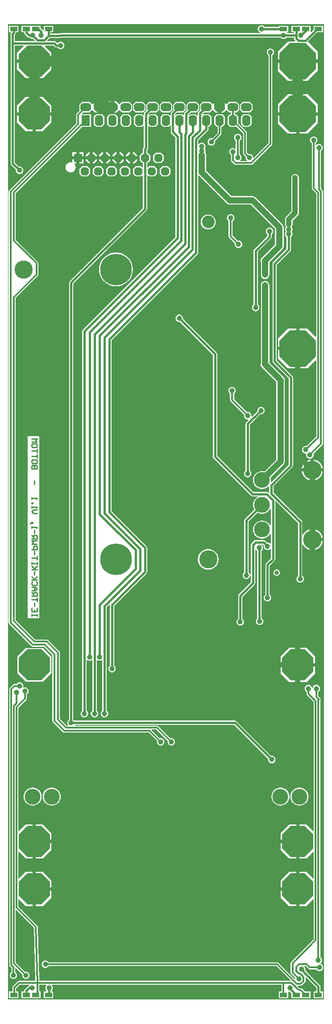
<source format=gbl>
G04 Layer_Physical_Order=2*
G04 Layer_Color=16711680*
%FSLAX25Y25*%
%MOIN*%
G70*
G01*
G75*
%ADD10R,0.05512X0.03386*%
%ADD28C,0.07874*%
%ADD29C,0.01575*%
%ADD30C,0.03937*%
%ADD32C,0.01968*%
%ADD34C,0.01378*%
%ADD35C,0.01181*%
%ADD36C,0.04724*%
%ADD41C,0.01000*%
G04:AMPARAMS|DCode=56|XSize=62.99mil|YSize=78.74mil|CornerRadius=0mil|HoleSize=0mil|Usage=FLASHONLY|Rotation=270.000|XOffset=0mil|YOffset=0mil|HoleType=Round|Shape=Octagon|*
%AMOCTAGOND56*
4,1,8,0.03937,0.01575,0.03937,-0.01575,0.02362,-0.03150,-0.02362,-0.03150,-0.03937,-0.01575,-0.03937,0.01575,-0.02362,0.03150,0.02362,0.03150,0.03937,0.01575,0.0*
%
%ADD56OCTAGOND56*%

G04:AMPARAMS|DCode=57|XSize=78.74mil|YSize=62.99mil|CornerRadius=0mil|HoleSize=0mil|Usage=FLASHONLY|Rotation=270.000|XOffset=0mil|YOffset=0mil|HoleType=Round|Shape=Octagon|*
%AMOCTAGOND57*
4,1,8,-0.01575,-0.03937,0.01575,-0.03937,0.03150,-0.02362,0.03150,0.02362,0.01575,0.03937,-0.01575,0.03937,-0.03150,0.02362,-0.03150,-0.02362,-0.01575,-0.03937,0.0*
%
%ADD57OCTAGOND57*%

%ADD58R,0.06299X0.07874*%
%ADD59C,0.13780*%
%ADD60C,0.11811*%
%ADD61C,0.03150*%
%ADD62P,0.25568X8X292.5*%
%ADD63P,0.06818X8X292.5*%
%ADD64R,0.06299X0.06299*%
%ADD65P,0.29830X8X292.5*%
%ADD66C,0.23622*%
%ADD67C,0.13583*%
%ADD68C,0.09449*%
%ADD69C,0.03937*%
G36*
X216535Y-681102D02*
X-19685D01*
X-19685Y47244D01*
X216535D01*
X216535Y-681102D01*
D02*
G37*
%LPC*%
G36*
X147736Y-223598D02*
X147017Y-223693D01*
X146346Y-223971D01*
X145771Y-224412D01*
X145329Y-224988D01*
X145051Y-225658D01*
X144957Y-226378D01*
X145051Y-227097D01*
X145329Y-227768D01*
X145771Y-228344D01*
X146231Y-228697D01*
Y-233366D01*
X146345Y-233942D01*
X146672Y-234431D01*
X156745Y-244504D01*
X156669Y-245079D01*
X156764Y-245798D01*
X157042Y-246469D01*
X157483Y-247044D01*
X158059Y-247486D01*
X158729Y-247764D01*
X159449Y-247858D01*
X159764Y-247817D01*
X159998Y-248290D01*
X158313Y-249975D01*
X157965Y-250496D01*
X157843Y-251110D01*
X157843Y-251110D01*
Y-286144D01*
X157483Y-286420D01*
X157042Y-286996D01*
X156764Y-287666D01*
X156669Y-288386D01*
X156764Y-289105D01*
X157042Y-289776D01*
X157483Y-290351D01*
X158059Y-290793D01*
X158729Y-291071D01*
X159449Y-291165D01*
X160168Y-291071D01*
X160839Y-290793D01*
X161414Y-290351D01*
X161856Y-289776D01*
X162134Y-289105D01*
X162229Y-288386D01*
X162134Y-287666D01*
X161856Y-286996D01*
X161414Y-286420D01*
X161055Y-286144D01*
Y-251775D01*
X168905Y-243925D01*
X169354Y-243984D01*
X170074Y-243890D01*
X170744Y-243612D01*
X171320Y-243170D01*
X171762Y-242595D01*
X172039Y-241924D01*
X172134Y-241205D01*
X172039Y-240485D01*
X171762Y-239815D01*
X171320Y-239239D01*
X170744Y-238797D01*
X170074Y-238520D01*
X169354Y-238425D01*
X168635Y-238520D01*
X167964Y-238797D01*
X167389Y-239239D01*
X166947Y-239815D01*
X166669Y-240485D01*
X166575Y-241205D01*
X166634Y-241654D01*
X162661Y-245628D01*
X162187Y-245394D01*
X162229Y-245079D01*
X162134Y-244359D01*
X161856Y-243689D01*
X161414Y-243113D01*
X160839Y-242671D01*
X160168Y-242394D01*
X159449Y-242299D01*
X158874Y-242375D01*
X149241Y-232743D01*
Y-228697D01*
X149702Y-228344D01*
X150144Y-227768D01*
X150421Y-227097D01*
X150516Y-226378D01*
X150421Y-225658D01*
X150144Y-224988D01*
X149702Y-224412D01*
X149126Y-223971D01*
X148456Y-223693D01*
X147736Y-223598D01*
D02*
G37*
G36*
X208858Y-277779D02*
Y-284409D01*
X215489D01*
X215453Y-284044D01*
X215002Y-282557D01*
X214269Y-281186D01*
X213283Y-279985D01*
X212082Y-278999D01*
X210711Y-278266D01*
X209224Y-277815D01*
X208858Y-277779D01*
D02*
G37*
G36*
X195669Y-196063D02*
X182071D01*
Y-202272D01*
X189461Y-209661D01*
X195669D01*
Y-196063D01*
D02*
G37*
G36*
X208661Y-36590D02*
X207942Y-36685D01*
X207272Y-36963D01*
X206696Y-37405D01*
X206254Y-37980D01*
X205977Y-38651D01*
X205882Y-39370D01*
X205977Y-40089D01*
X206254Y-40760D01*
X206696Y-41336D01*
X207257Y-41766D01*
Y-75197D01*
X207363Y-75735D01*
X207668Y-76190D01*
X210603Y-79125D01*
Y-185812D01*
X210141Y-186003D01*
X204240Y-180102D01*
X198031D01*
Y-194882D01*
Y-209661D01*
X204240D01*
X210141Y-203761D01*
X210603Y-203952D01*
Y-260638D01*
X203456Y-267785D01*
X202756Y-267693D01*
X202036Y-267788D01*
X201366Y-268065D01*
X200790Y-268507D01*
X200349Y-269083D01*
X200071Y-269753D01*
X199976Y-270472D01*
X200071Y-271192D01*
X200349Y-271862D01*
X200790Y-272438D01*
X201366Y-272880D01*
X202036Y-273157D01*
X202756Y-273252D01*
X202943Y-273227D01*
X203248Y-273624D01*
X203221Y-273690D01*
X203126Y-274410D01*
X203221Y-275129D01*
X203498Y-275799D01*
X203940Y-276375D01*
X204516Y-276817D01*
X205186Y-277094D01*
X205906Y-277189D01*
X206625Y-277094D01*
X207295Y-276817D01*
X207871Y-276375D01*
X208313Y-275799D01*
X208591Y-275129D01*
X208685Y-274410D01*
X208593Y-273709D01*
X215167Y-267135D01*
X215471Y-266679D01*
X215578Y-266142D01*
Y-77559D01*
X215471Y-77021D01*
X215167Y-76566D01*
X214003Y-75402D01*
Y-47278D01*
X214564Y-46847D01*
X215006Y-46272D01*
X215283Y-45601D01*
X215378Y-44882D01*
X215283Y-44162D01*
X215006Y-43492D01*
X214564Y-42916D01*
X213988Y-42475D01*
X213318Y-42197D01*
X212598Y-42102D01*
X211879Y-42197D01*
X211209Y-42475D01*
X210633Y-42916D01*
X210566Y-43003D01*
X210066Y-42833D01*
Y-41766D01*
X210627Y-41336D01*
X211069Y-40760D01*
X211346Y-40089D01*
X211441Y-39370D01*
X211346Y-38651D01*
X211069Y-37980D01*
X210627Y-37405D01*
X210051Y-36963D01*
X209381Y-36685D01*
X208661Y-36590D01*
D02*
G37*
G36*
X195669Y-180102D02*
X189461D01*
X182071Y-187492D01*
Y-193701D01*
X195669D01*
Y-180102D01*
D02*
G37*
G36*
X194882Y-64543D02*
X194162Y-64638D01*
X193492Y-64916D01*
X192916Y-65357D01*
X192475Y-65933D01*
X192197Y-66603D01*
X192102Y-67323D01*
Y-70866D01*
Y-74803D01*
Y-92549D01*
X188192Y-96460D01*
X187750Y-97035D01*
X187472Y-97706D01*
X187378Y-98425D01*
Y-102362D01*
X187472Y-103082D01*
X187750Y-103752D01*
X188043Y-104134D01*
X187750Y-104516D01*
X187472Y-105186D01*
X187378Y-105905D01*
X187472Y-106625D01*
X187750Y-107295D01*
X188043Y-107677D01*
X187750Y-108059D01*
X187472Y-108729D01*
X187378Y-109449D01*
X187472Y-110168D01*
X187750Y-110839D01*
X188192Y-111414D01*
X188552Y-111690D01*
Y-120201D01*
X178392Y-130361D01*
X178044Y-130882D01*
X177922Y-131496D01*
X177922Y-131496D01*
Y-204331D01*
X177922Y-204331D01*
X178044Y-204945D01*
X178392Y-205466D01*
X190127Y-217200D01*
Y-281618D01*
X177203Y-294542D01*
X176767Y-294271D01*
X176883Y-293091D01*
X176753Y-291778D01*
X176569Y-291171D01*
X186301Y-281439D01*
X186806Y-280781D01*
X187124Y-280015D01*
X187232Y-279193D01*
Y-218504D01*
X187124Y-217682D01*
X186806Y-216915D01*
X186301Y-216258D01*
X175618Y-205574D01*
Y-147638D01*
X175510Y-146816D01*
X175192Y-146049D01*
X174687Y-145391D01*
X174029Y-144887D01*
X173263Y-144569D01*
X172441Y-144461D01*
X171619Y-144569D01*
X170852Y-144887D01*
X170195Y-145391D01*
X169690Y-146049D01*
X169372Y-146816D01*
X169264Y-147638D01*
Y-205657D01*
X169176Y-205871D01*
X169067Y-206693D01*
X169176Y-207515D01*
X169493Y-208281D01*
X169998Y-208939D01*
X180878Y-219820D01*
Y-277877D01*
X172077Y-286679D01*
X171469Y-286494D01*
X170158Y-286365D01*
X168845Y-286494D01*
X167584Y-286877D01*
X166421Y-287499D01*
X165402Y-288335D01*
X164566Y-289354D01*
X163944Y-290517D01*
X163561Y-291778D01*
X163432Y-293091D01*
X163561Y-294403D01*
X163944Y-295664D01*
X164566Y-296827D01*
X165402Y-297846D01*
X166421Y-298682D01*
X167584Y-299304D01*
X168845Y-299687D01*
X170158Y-299816D01*
X171469Y-299687D01*
X172731Y-299304D01*
X173894Y-298682D01*
X174913Y-297846D01*
X175089Y-297632D01*
X175560Y-297800D01*
Y-302503D01*
X175060Y-302710D01*
X174757Y-302408D01*
X174237Y-302060D01*
X173622Y-301938D01*
X173622Y-301938D01*
X163657D01*
X136645Y-274925D01*
Y-199016D01*
X136645Y-199016D01*
X136523Y-198401D01*
X136175Y-197880D01*
X110988Y-172694D01*
X111047Y-172244D01*
X110953Y-171525D01*
X110675Y-170854D01*
X110233Y-170279D01*
X109658Y-169837D01*
X108987Y-169559D01*
X108268Y-169464D01*
X107548Y-169559D01*
X106878Y-169837D01*
X106302Y-170279D01*
X105860Y-170854D01*
X105583Y-171525D01*
X105488Y-172244D01*
X105583Y-172964D01*
X105860Y-173634D01*
X106302Y-174210D01*
X106878Y-174651D01*
X107548Y-174929D01*
X108268Y-175024D01*
X108718Y-174965D01*
X133434Y-199681D01*
Y-275590D01*
X133434Y-275590D01*
X133556Y-276205D01*
X133904Y-276726D01*
X161857Y-304679D01*
X161857Y-304679D01*
X162378Y-305027D01*
X162992Y-305149D01*
X166957D01*
X167083Y-305649D01*
X166421Y-306003D01*
X165402Y-306839D01*
X164566Y-307858D01*
X163944Y-309021D01*
X163561Y-310282D01*
X163432Y-311595D01*
X163561Y-312907D01*
X163944Y-314168D01*
X164421Y-315060D01*
X157329Y-322152D01*
X156981Y-322673D01*
X156859Y-323287D01*
X156859Y-323287D01*
Y-361932D01*
X156499Y-362208D01*
X156057Y-362783D01*
X155780Y-363454D01*
X155685Y-364173D01*
X155780Y-364893D01*
X156057Y-365563D01*
X156499Y-366139D01*
X157075Y-366581D01*
X157745Y-366858D01*
X158465Y-366953D01*
X159184Y-366858D01*
X159854Y-366581D01*
X160430Y-366139D01*
X160872Y-365563D01*
X161150Y-364893D01*
X161244Y-364173D01*
X161150Y-363454D01*
X160872Y-362783D01*
X160430Y-362208D01*
X160070Y-361932D01*
Y-323953D01*
X166692Y-317331D01*
X167584Y-317808D01*
X168845Y-318191D01*
X170158Y-318320D01*
X171469Y-318191D01*
X172731Y-317808D01*
X173894Y-317186D01*
X174913Y-316350D01*
X175749Y-315331D01*
X176241Y-314411D01*
X176741Y-314537D01*
Y-327156D01*
X176241Y-327281D01*
X175749Y-326362D01*
X174913Y-325343D01*
X173894Y-324507D01*
X172731Y-323885D01*
X171469Y-323502D01*
X170158Y-323373D01*
X168845Y-323502D01*
X167584Y-323885D01*
X166421Y-324507D01*
X165402Y-325343D01*
X164566Y-326362D01*
X163944Y-327525D01*
X163561Y-328786D01*
X163432Y-330098D01*
X163561Y-331411D01*
X163944Y-332672D01*
X164566Y-333835D01*
X165402Y-334854D01*
X166421Y-335690D01*
X167584Y-336312D01*
X168845Y-336695D01*
X170158Y-336824D01*
X171469Y-336695D01*
X172731Y-336312D01*
X173894Y-335690D01*
X174913Y-334854D01*
X175749Y-333835D01*
X176241Y-332915D01*
X176741Y-333041D01*
Y-340466D01*
X176241Y-340636D01*
X176178Y-340554D01*
X175602Y-340112D01*
X174932Y-339835D01*
X174213Y-339740D01*
X173763Y-339799D01*
X172395Y-338432D01*
X171874Y-338084D01*
X171260Y-337961D01*
X171260Y-337961D01*
X165354D01*
X165354Y-337961D01*
X164740Y-338084D01*
X164219Y-338432D01*
X162250Y-340400D01*
X161902Y-340921D01*
X161780Y-341535D01*
X161780Y-341535D01*
Y-369414D01*
X152743Y-378451D01*
X152394Y-378972D01*
X152272Y-379587D01*
X152272Y-379587D01*
Y-396715D01*
X151912Y-396991D01*
X151471Y-397567D01*
X151193Y-398237D01*
X151098Y-398957D01*
X151193Y-399676D01*
X151471Y-400347D01*
X151912Y-400922D01*
X152488Y-401364D01*
X153158Y-401642D01*
X153878Y-401736D01*
X154597Y-401642D01*
X155268Y-401364D01*
X155843Y-400922D01*
X156285Y-400347D01*
X156563Y-399676D01*
X156658Y-398957D01*
X156563Y-398237D01*
X156285Y-397567D01*
X155843Y-396991D01*
X155484Y-396715D01*
Y-380252D01*
X164521Y-371214D01*
X164521Y-371214D01*
X164869Y-370693D01*
X164991Y-370079D01*
Y-345016D01*
X165491Y-344916D01*
X165604Y-345189D01*
X166046Y-345765D01*
X166406Y-346041D01*
Y-396607D01*
X166342Y-396656D01*
X165900Y-397232D01*
X165622Y-397903D01*
X165527Y-398622D01*
X165622Y-399342D01*
X165900Y-400012D01*
X166342Y-400588D01*
X166917Y-401029D01*
X167588Y-401307D01*
X168307Y-401402D01*
X169027Y-401307D01*
X169697Y-401029D01*
X170273Y-400588D01*
X170714Y-400012D01*
X170992Y-399342D01*
X171087Y-398622D01*
X170992Y-397903D01*
X170714Y-397232D01*
X170273Y-396656D01*
X169697Y-396215D01*
X169617Y-396182D01*
Y-346041D01*
X169977Y-345765D01*
X170419Y-345189D01*
X170697Y-344519D01*
X170791Y-343799D01*
X170697Y-343080D01*
X170419Y-342409D01*
X169977Y-341834D01*
X169767Y-341673D01*
X169937Y-341173D01*
X170595D01*
X171492Y-342070D01*
X171433Y-342520D01*
X171528Y-343239D01*
X171805Y-343910D01*
X172247Y-344485D01*
X172823Y-344927D01*
X173493Y-345205D01*
X174213Y-345299D01*
X174932Y-345205D01*
X175602Y-344927D01*
X176178Y-344485D01*
X176241Y-344404D01*
X176741Y-344573D01*
Y-351500D01*
X173077Y-355164D01*
X172729Y-355685D01*
X172607Y-356300D01*
X172607Y-356300D01*
Y-378663D01*
X172247Y-378939D01*
X171805Y-379515D01*
X171527Y-380185D01*
X171433Y-380905D01*
X171527Y-381624D01*
X171805Y-382295D01*
X172247Y-382870D01*
X172822Y-383312D01*
X173493Y-383590D01*
X174212Y-383684D01*
X174932Y-383590D01*
X175602Y-383312D01*
X176178Y-382870D01*
X176620Y-382295D01*
X176897Y-381624D01*
X176992Y-380905D01*
X176897Y-380185D01*
X176620Y-379515D01*
X176178Y-378939D01*
X175818Y-378663D01*
Y-356965D01*
X179482Y-353301D01*
X179482Y-353301D01*
X179830Y-352780D01*
X179952Y-352165D01*
X179952Y-352165D01*
Y-308914D01*
X180452Y-308707D01*
X197016Y-325271D01*
Y-364687D01*
X196657Y-364964D01*
X196215Y-365539D01*
X195937Y-366210D01*
X195842Y-366929D01*
X195937Y-367649D01*
X196215Y-368319D01*
X196657Y-368895D01*
X197232Y-369336D01*
X197903Y-369614D01*
X198622Y-369709D01*
X199341Y-369614D01*
X200012Y-369336D01*
X200588Y-368895D01*
X201029Y-368319D01*
X201307Y-367649D01*
X201402Y-366929D01*
X201307Y-366210D01*
X201029Y-365539D01*
X200588Y-364964D01*
X200228Y-364687D01*
Y-341459D01*
X200728Y-341334D01*
X201085Y-342003D01*
X202071Y-343204D01*
X203273Y-344190D01*
X204643Y-344923D01*
X206131Y-345374D01*
X206496Y-345410D01*
Y-337598D01*
Y-329787D01*
X206131Y-329823D01*
X204643Y-330274D01*
X203273Y-331007D01*
X202071Y-331993D01*
X201085Y-333194D01*
X200728Y-333863D01*
X200228Y-333738D01*
Y-324606D01*
X200228Y-324606D01*
X200106Y-323992D01*
X199757Y-323471D01*
X199757Y-323471D01*
X178771Y-302484D01*
Y-297516D01*
X192868Y-283419D01*
X193216Y-282898D01*
X193338Y-282283D01*
X193338Y-282283D01*
Y-216535D01*
X193338Y-216535D01*
X193216Y-215921D01*
X192868Y-215400D01*
X181133Y-203666D01*
Y-132161D01*
X191293Y-122002D01*
X191293Y-122002D01*
X191641Y-121481D01*
X191763Y-120866D01*
X191763Y-120866D01*
Y-111690D01*
X192123Y-111414D01*
X192565Y-110839D01*
X192842Y-110168D01*
X192937Y-109449D01*
X192842Y-108729D01*
X192565Y-108059D01*
X192272Y-107677D01*
X192565Y-107295D01*
X192842Y-106625D01*
X192937Y-105905D01*
X192842Y-105186D01*
X192565Y-104516D01*
X192272Y-104134D01*
X192565Y-103752D01*
X192842Y-103082D01*
X192937Y-102362D01*
Y-99577D01*
X196847Y-95666D01*
X197289Y-95091D01*
X197567Y-94420D01*
X197662Y-93701D01*
Y-74803D01*
Y-70866D01*
Y-67323D01*
X197567Y-66603D01*
X197289Y-65933D01*
X196847Y-65357D01*
X196272Y-64916D01*
X195601Y-64638D01*
X194882Y-64543D01*
D02*
G37*
G36*
X208858Y-329787D02*
Y-336417D01*
X215489D01*
X215453Y-336052D01*
X215002Y-334564D01*
X214269Y-333194D01*
X213283Y-331993D01*
X212082Y-331007D01*
X210711Y-330274D01*
X209224Y-329823D01*
X208858Y-329787D01*
D02*
G37*
G36*
X206496Y-286772D02*
X199866D01*
X199902Y-287137D01*
X200353Y-288624D01*
X201085Y-289995D01*
X202071Y-291196D01*
X203273Y-292182D01*
X204643Y-292915D01*
X206131Y-293366D01*
X206496Y-293402D01*
Y-286772D01*
D02*
G37*
G36*
Y-277779D02*
X206131Y-277815D01*
X204643Y-278266D01*
X203273Y-278999D01*
X202071Y-279985D01*
X201085Y-281186D01*
X200353Y-282557D01*
X199902Y-284044D01*
X199866Y-284409D01*
X206496D01*
Y-277779D01*
D02*
G37*
G36*
X215489Y-286772D02*
X208858D01*
Y-293402D01*
X209224Y-293366D01*
X210711Y-292915D01*
X212082Y-292182D01*
X213283Y-291196D01*
X214269Y-289995D01*
X215002Y-288624D01*
X215453Y-287137D01*
X215489Y-286772D01*
D02*
G37*
G36*
X175724Y-104567D02*
X175005Y-104662D01*
X174335Y-104939D01*
X173759Y-105381D01*
X173317Y-105957D01*
X173039Y-106627D01*
X172945Y-107346D01*
X173039Y-108066D01*
X173317Y-108736D01*
X173759Y-109312D01*
X174119Y-109588D01*
Y-111012D01*
X164219Y-120912D01*
X163871Y-121433D01*
X163748Y-122048D01*
X163748Y-122048D01*
Y-126716D01*
X163686Y-127032D01*
X163749Y-127348D01*
Y-162128D01*
X163389Y-162405D01*
X162947Y-162980D01*
X162669Y-163651D01*
X162575Y-164370D01*
X162669Y-165089D01*
X162947Y-165760D01*
X163389Y-166336D01*
X163964Y-166777D01*
X164635Y-167055D01*
X165354Y-167150D01*
X166074Y-167055D01*
X166744Y-166777D01*
X167320Y-166336D01*
X167762Y-165760D01*
X168039Y-165089D01*
X168134Y-164370D01*
X168039Y-163651D01*
X167762Y-162980D01*
X167320Y-162405D01*
X166960Y-162128D01*
Y-127095D01*
X166960Y-127095D01*
X166960Y-127095D01*
X166960Y-127094D01*
X166960Y-127093D01*
Y-122713D01*
X176860Y-112813D01*
X177208Y-112292D01*
X177330Y-111677D01*
X177330Y-111677D01*
Y-109588D01*
X177690Y-109312D01*
X178132Y-108736D01*
X178409Y-108066D01*
X178504Y-107346D01*
X178409Y-106627D01*
X178132Y-105957D01*
X177690Y-105381D01*
X177114Y-104939D01*
X176444Y-104662D01*
X175724Y-104567D01*
D02*
G37*
G36*
X69626Y-58543D02*
X65689D01*
X63721Y-60512D01*
Y-64449D01*
X65689Y-66417D01*
X69626D01*
X71595Y-64449D01*
Y-60512D01*
X69626Y-58543D01*
D02*
G37*
G36*
X59626D02*
X55689D01*
X53720Y-60512D01*
Y-64449D01*
X55689Y-66417D01*
X59626D01*
X61594Y-64449D01*
Y-60512D01*
X59626Y-58543D01*
D02*
G37*
G36*
X99626D02*
X95689D01*
X93721Y-60512D01*
Y-64449D01*
X95689Y-66417D01*
X99626D01*
X101594Y-64449D01*
Y-60512D01*
X99626Y-58543D01*
D02*
G37*
G36*
X41476Y-53662D02*
X38508D01*
Y-54555D01*
X40583Y-56630D01*
X41476D01*
Y-53662D01*
D02*
G37*
G36*
X36807D02*
X33839D01*
Y-56630D01*
X36807D01*
Y-53662D01*
D02*
G37*
G36*
X146653Y-94661D02*
X145934Y-94756D01*
X145264Y-95034D01*
X144688Y-95475D01*
X144246Y-96051D01*
X143969Y-96722D01*
X143874Y-97441D01*
X143969Y-98160D01*
X144246Y-98831D01*
X144688Y-99406D01*
X145148Y-99760D01*
Y-111221D01*
X145263Y-111796D01*
X145589Y-112285D01*
X149855Y-116551D01*
X149779Y-117126D01*
X149874Y-117845D01*
X150152Y-118516D01*
X150593Y-119091D01*
X151169Y-119533D01*
X151840Y-119811D01*
X152559Y-119906D01*
X153279Y-119811D01*
X153949Y-119533D01*
X154525Y-119091D01*
X154966Y-118516D01*
X155244Y-117845D01*
X155339Y-117126D01*
X155244Y-116407D01*
X154966Y-115736D01*
X154525Y-115160D01*
X153949Y-114719D01*
X153279Y-114441D01*
X152559Y-114346D01*
X151984Y-114422D01*
X148159Y-110597D01*
Y-99760D01*
X148619Y-99406D01*
X149061Y-98831D01*
X149338Y-98160D01*
X149433Y-97441D01*
X149338Y-96722D01*
X149061Y-96051D01*
X148619Y-95475D01*
X148043Y-95034D01*
X147373Y-94756D01*
X146653Y-94661D01*
D02*
G37*
G36*
X61024Y-123189D02*
X59047Y-123345D01*
X57118Y-123808D01*
X55286Y-124567D01*
X53596Y-125603D01*
X52088Y-126891D01*
X50800Y-128399D01*
X49764Y-130089D01*
X49005Y-131922D01*
X48542Y-133850D01*
X48386Y-135827D01*
X48542Y-137804D01*
X49005Y-139732D01*
X49764Y-141564D01*
X50800Y-143255D01*
X52088Y-144763D01*
X53596Y-146051D01*
X55286Y-147087D01*
X57118Y-147846D01*
X59047Y-148309D01*
X61024Y-148464D01*
X63001Y-148309D01*
X64929Y-147846D01*
X66761Y-147087D01*
X68452Y-146051D01*
X69960Y-144763D01*
X71248Y-143255D01*
X72284Y-141564D01*
X73043Y-139732D01*
X73505Y-137804D01*
X73661Y-135827D01*
X73505Y-133850D01*
X73043Y-131922D01*
X72284Y-130089D01*
X71248Y-128399D01*
X69960Y-126891D01*
X68452Y-125603D01*
X66761Y-124567D01*
X64929Y-123808D01*
X63001Y-123345D01*
X61024Y-123189D01*
D02*
G37*
G36*
X129941Y-94834D02*
X128502Y-95024D01*
X127161Y-95579D01*
X126010Y-96463D01*
X125126Y-97614D01*
X124571Y-98955D01*
X124382Y-100394D01*
X124571Y-101833D01*
X125126Y-103173D01*
X126010Y-104325D01*
X127161Y-105208D01*
X128502Y-105764D01*
X129941Y-105953D01*
X131380Y-105764D01*
X132721Y-105208D01*
X133872Y-104325D01*
X134756Y-103173D01*
X135311Y-101833D01*
X135500Y-100394D01*
X135311Y-98955D01*
X134756Y-97614D01*
X133872Y-96463D01*
X132721Y-95579D01*
X131380Y-95024D01*
X129941Y-94834D01*
D02*
G37*
G36*
X49626Y-58543D02*
X45689D01*
X43720Y-60512D01*
Y-64449D01*
X45689Y-66417D01*
X49626D01*
X51595Y-64449D01*
Y-60512D01*
X49626Y-58543D01*
D02*
G37*
G36*
X39626D02*
X35689D01*
X33720Y-60512D01*
Y-64449D01*
X35689Y-66417D01*
X39626D01*
X41594Y-64449D01*
Y-60512D01*
X39626Y-58543D01*
D02*
G37*
G36*
X215489Y-338779D02*
X208858D01*
Y-345410D01*
X209224Y-345374D01*
X210711Y-344923D01*
X212082Y-344190D01*
X213283Y-343204D01*
X214269Y-342003D01*
X215002Y-340632D01*
X215453Y-339145D01*
X215489Y-338779D01*
D02*
G37*
G36*
X195669Y-564173D02*
X184039D01*
Y-569398D01*
X190445Y-575803D01*
X195669D01*
Y-564173D01*
D02*
G37*
G36*
X12811Y-564173D02*
X1181D01*
Y-575803D01*
X6406D01*
X12811Y-569398D01*
Y-564173D01*
D02*
G37*
G36*
X6406Y-550181D02*
X1181D01*
Y-561811D01*
X12811D01*
Y-556587D01*
X6406Y-550181D01*
D02*
G37*
G36*
X-1181Y-522802D02*
X-2493Y-522931D01*
X-3755Y-523314D01*
X-4918Y-523936D01*
X-5937Y-524772D01*
X-6773Y-525791D01*
X-7395Y-526954D01*
X-7777Y-528216D01*
X-7906Y-529528D01*
X-7777Y-530840D01*
X-7395Y-532101D01*
X-6773Y-533264D01*
X-5937Y-534283D01*
X-4918Y-535119D01*
X-3755Y-535741D01*
X-2493Y-536124D01*
X-1181Y-536253D01*
X131Y-536124D01*
X1393Y-535741D01*
X2555Y-535119D01*
X3574Y-534283D01*
X4411Y-533264D01*
X5032Y-532101D01*
X5415Y-530840D01*
X5544Y-529528D01*
X5415Y-528216D01*
X5032Y-526954D01*
X4411Y-525791D01*
X3574Y-524772D01*
X2555Y-523936D01*
X1393Y-523314D01*
X131Y-522931D01*
X-1181Y-522802D01*
D02*
G37*
G36*
X195669Y-550181D02*
X190445D01*
X184039Y-556587D01*
Y-561811D01*
X195669D01*
Y-550181D01*
D02*
G37*
G36*
X12811Y-599606D02*
X1181D01*
Y-611236D01*
X6406D01*
X12811Y-604831D01*
Y-599606D01*
D02*
G37*
G36*
X-11024Y-444071D02*
X-11743Y-444165D01*
X-12414Y-444443D01*
X-12989Y-444885D01*
X-13419Y-445445D01*
X-14961D01*
X-15498Y-445552D01*
X-15954Y-445857D01*
X-18316Y-448219D01*
X-18621Y-448675D01*
X-18728Y-449213D01*
Y-655118D01*
X-18621Y-655656D01*
X-18316Y-656112D01*
X-16956Y-657472D01*
Y-660597D01*
X-17517Y-661027D01*
X-17958Y-661602D01*
X-18236Y-662273D01*
X-18331Y-662992D01*
X-18236Y-663712D01*
X-17958Y-664382D01*
X-17517Y-664958D01*
X-16941Y-665399D01*
X-16271Y-665677D01*
X-15551Y-665772D01*
X-14832Y-665677D01*
X-14161Y-665399D01*
X-13586Y-664958D01*
X-13144Y-664382D01*
X-12866Y-663712D01*
X-12772Y-662992D01*
X-12866Y-662273D01*
X-13144Y-661602D01*
X-13586Y-661027D01*
X-14146Y-660597D01*
Y-657785D01*
X-13684Y-657594D01*
X-8987Y-662292D01*
X-9079Y-662992D01*
X-8984Y-663712D01*
X-8706Y-664382D01*
X-8265Y-664958D01*
X-7689Y-665399D01*
X-7019Y-665677D01*
X-6299Y-665772D01*
X-5580Y-665677D01*
X-4909Y-665399D01*
X-4334Y-664958D01*
X-3892Y-664382D01*
X-3614Y-663712D01*
X-3520Y-662992D01*
X-3614Y-662273D01*
X-3892Y-661602D01*
X-4334Y-661027D01*
X-4909Y-660585D01*
X-5580Y-660307D01*
X-6299Y-660212D01*
X-7000Y-660305D01*
X-13949Y-653355D01*
Y-614281D01*
X-13487Y-614090D01*
X-208Y-627369D01*
X856Y-666741D01*
X507Y-667099D01*
X-11417D01*
X-11955Y-667206D01*
X-12411Y-667511D01*
X-15954Y-671054D01*
X-16259Y-671510D01*
X-16366Y-672047D01*
Y-675079D01*
X-18898D01*
Y-680039D01*
X-11811D01*
Y-675079D01*
X-13556D01*
Y-672629D01*
X-10835Y-669909D01*
X-3623D01*
X-3454Y-670409D01*
X-3540Y-670475D01*
X-3816Y-670835D01*
X-3937D01*
X-3937Y-670835D01*
X-4552Y-670958D01*
X-5072Y-671306D01*
X-7041Y-673274D01*
X-7389Y-673795D01*
X-7511Y-674409D01*
X-7511Y-674409D01*
Y-675079D01*
X-9449D01*
Y-680039D01*
X-2362D01*
Y-680039D01*
X-2362D01*
Y-680039D01*
X4724D01*
Y-675079D01*
X3767D01*
Y-669909D01*
X8975D01*
X9145Y-670409D01*
X9058Y-670475D01*
X8616Y-671051D01*
X8339Y-671722D01*
X8244Y-672441D01*
X8339Y-673160D01*
X8616Y-673831D01*
X9058Y-674406D01*
X9283Y-674579D01*
X9113Y-675079D01*
X7087D01*
Y-680039D01*
X14173D01*
Y-675079D01*
X12934D01*
X12765Y-674579D01*
X12989Y-674406D01*
X13431Y-673831D01*
X13709Y-673160D01*
X13803Y-672441D01*
X13709Y-671722D01*
X13431Y-671051D01*
X12989Y-670475D01*
X12902Y-670409D01*
X13072Y-669909D01*
X184816D01*
Y-675079D01*
X182677D01*
Y-680039D01*
X189764D01*
Y-675476D01*
X190211Y-675137D01*
X190264Y-675131D01*
X190945Y-675221D01*
X191047Y-675207D01*
X192126Y-676287D01*
Y-680039D01*
X199213D01*
Y-680039D01*
X199713Y-680039D01*
X206299D01*
Y-675079D01*
X202262D01*
X200206Y-673022D01*
X199750Y-672718D01*
X199213Y-672611D01*
X198220D01*
X196767Y-671158D01*
X196958Y-670696D01*
X199213D01*
X199750Y-670589D01*
X200206Y-670285D01*
X202174Y-668316D01*
X202479Y-667861D01*
X202586Y-667323D01*
Y-664682D01*
X203086Y-664475D01*
X210599Y-671988D01*
Y-675079D01*
X208661D01*
Y-680039D01*
X215748D01*
Y-675079D01*
X213810D01*
Y-671323D01*
X213810Y-671323D01*
X213688Y-670708D01*
X213340Y-670188D01*
X213340Y-670187D01*
X203860Y-660707D01*
X203860Y-660707D01*
X202247Y-659094D01*
X202291Y-658987D01*
X202386Y-658268D01*
X202291Y-657548D01*
X202014Y-656878D01*
X201823Y-656629D01*
X202069Y-656129D01*
X202961D01*
X204912Y-658080D01*
X205368Y-658385D01*
X205906Y-658492D01*
X210596D01*
X211027Y-659052D01*
X211602Y-659494D01*
X212273Y-659772D01*
X212992Y-659866D01*
X213712Y-659772D01*
X214382Y-659494D01*
X214958Y-659052D01*
X215399Y-658476D01*
X215677Y-657806D01*
X215772Y-657087D01*
X215677Y-656367D01*
X215399Y-655697D01*
X214958Y-655121D01*
X214382Y-654679D01*
X213794Y-654436D01*
X213719Y-654265D01*
X213710Y-654221D01*
X213706Y-653897D01*
X214170Y-653540D01*
X214612Y-652965D01*
X214890Y-652294D01*
X214984Y-651575D01*
X214890Y-650855D01*
X214612Y-650185D01*
X214170Y-649609D01*
X213610Y-649179D01*
Y-458053D01*
X213896Y-457624D01*
X214003Y-457087D01*
X213896Y-456549D01*
X213592Y-456093D01*
X212035Y-454536D01*
Y-451215D01*
X212595Y-450784D01*
X213037Y-450209D01*
X213315Y-449538D01*
X213410Y-448819D01*
X213315Y-448100D01*
X213037Y-447429D01*
X212595Y-446853D01*
X212020Y-446412D01*
X211349Y-446134D01*
X210630Y-446039D01*
X209910Y-446134D01*
X209240Y-446412D01*
X208664Y-446853D01*
X208223Y-447429D01*
X207945Y-448100D01*
X207929Y-448218D01*
X207425D01*
X207409Y-448100D01*
X207132Y-447429D01*
X206690Y-446853D01*
X206114Y-446412D01*
X205444Y-446134D01*
X204724Y-446039D01*
X204005Y-446134D01*
X203335Y-446412D01*
X202759Y-446853D01*
X202317Y-447429D01*
X202040Y-448100D01*
X201945Y-448819D01*
X202040Y-449538D01*
X202317Y-450209D01*
X202759Y-450784D01*
X203320Y-451215D01*
Y-452756D01*
X203426Y-453294D01*
X203731Y-453749D01*
X208831Y-458850D01*
Y-555103D01*
X208369Y-555295D01*
X203256Y-550181D01*
X198031D01*
Y-562992D01*
Y-575803D01*
X203256D01*
X208369Y-570690D01*
X208831Y-570881D01*
Y-590536D01*
X208369Y-590728D01*
X203256Y-585614D01*
X198031D01*
Y-598425D01*
Y-611236D01*
X203256D01*
X208369Y-606123D01*
X208831Y-606314D01*
Y-636032D01*
X191920Y-652944D01*
X191615Y-653399D01*
X191508Y-653937D01*
Y-661024D01*
X191615Y-661561D01*
X191920Y-662017D01*
X194872Y-664969D01*
X194789Y-665412D01*
X194323Y-665565D01*
X182490Y-653731D01*
X182034Y-653426D01*
X181496Y-653320D01*
X10663D01*
X10233Y-652759D01*
X9658Y-652317D01*
X8987Y-652039D01*
X8268Y-651945D01*
X7548Y-652039D01*
X6878Y-652317D01*
X6302Y-652759D01*
X5861Y-653335D01*
X5583Y-654005D01*
X5488Y-654724D01*
X5583Y-655444D01*
X5861Y-656114D01*
X6302Y-656690D01*
X6878Y-657132D01*
X7548Y-657409D01*
X8268Y-657504D01*
X8987Y-657409D01*
X9658Y-657132D01*
X10233Y-656690D01*
X10663Y-656129D01*
X180914D01*
X191422Y-666637D01*
X191230Y-667099D01*
X3677D01*
X2585Y-626734D01*
X2529Y-626484D01*
X2479Y-626234D01*
X2468Y-626218D01*
X2464Y-626199D01*
X2317Y-625991D01*
X2175Y-625778D01*
X-11981Y-611623D01*
Y-606314D01*
X-11519Y-606123D01*
X-6406Y-611236D01*
X-1181D01*
Y-598425D01*
Y-585614D01*
X-6406D01*
X-11519Y-590728D01*
X-11981Y-590536D01*
Y-570881D01*
X-11519Y-570690D01*
X-6406Y-575803D01*
X-1181D01*
Y-562992D01*
Y-550181D01*
X-6406D01*
X-11519Y-555295D01*
X-11981Y-555103D01*
Y-463208D01*
X-6093Y-457321D01*
X-5789Y-456865D01*
X-5682Y-456327D01*
Y-453183D01*
X-5121Y-452753D01*
X-4679Y-452177D01*
X-4402Y-451507D01*
X-4307Y-450787D01*
X-4402Y-450068D01*
X-4679Y-449398D01*
X-5121Y-448822D01*
X-5697Y-448380D01*
X-6367Y-448102D01*
X-7087Y-448008D01*
X-7806Y-448102D01*
X-8062Y-448209D01*
X-8445Y-447826D01*
X-8339Y-447570D01*
X-8244Y-446850D01*
X-8339Y-446131D01*
X-8616Y-445461D01*
X-9058Y-444885D01*
X-9634Y-444443D01*
X-10304Y-444165D01*
X-11024Y-444071D01*
D02*
G37*
G36*
X195669Y-599606D02*
X184039D01*
Y-604831D01*
X190445Y-611236D01*
X195669D01*
Y-599606D01*
D02*
G37*
G36*
Y-585614D02*
X190445D01*
X184039Y-592020D01*
Y-597244D01*
X195669D01*
Y-585614D01*
D02*
G37*
G36*
X6406D02*
X1181D01*
Y-597244D01*
X12811D01*
Y-592020D01*
X6406Y-585614D01*
D02*
G37*
G36*
X12992Y-522802D02*
X11680Y-522931D01*
X10419Y-523314D01*
X9256Y-523936D01*
X8237Y-524772D01*
X7400Y-525791D01*
X6779Y-526954D01*
X6396Y-528216D01*
X6267Y-529528D01*
X6396Y-530840D01*
X6779Y-532101D01*
X7400Y-533264D01*
X8237Y-534283D01*
X9256Y-535119D01*
X10419Y-535741D01*
X11680Y-536124D01*
X12992Y-536253D01*
X14304Y-536124D01*
X15566Y-535741D01*
X16728Y-535119D01*
X17748Y-534283D01*
X18584Y-533264D01*
X19206Y-532101D01*
X19588Y-530840D01*
X19717Y-529528D01*
X19588Y-528216D01*
X19206Y-526954D01*
X18584Y-525791D01*
X17748Y-524772D01*
X16728Y-523936D01*
X15566Y-523314D01*
X14304Y-522931D01*
X12992Y-522802D01*
D02*
G37*
G36*
X203256Y-418291D02*
X198031D01*
Y-429921D01*
X209661D01*
Y-424697D01*
X203256Y-418291D01*
D02*
G37*
G36*
X195669D02*
X190445D01*
X184039Y-424697D01*
Y-429921D01*
X195669D01*
Y-418291D01*
D02*
G37*
G36*
X3755Y-260394D02*
X-5068D01*
Y-396472D01*
X3755D01*
Y-260394D01*
D02*
G37*
G36*
X129941Y-344648D02*
X128436Y-344796D01*
X126989Y-345235D01*
X125655Y-345948D01*
X124486Y-346907D01*
X123527Y-348076D01*
X122814Y-349410D01*
X122375Y-350857D01*
X122227Y-352362D01*
X122375Y-353867D01*
X122814Y-355314D01*
X123527Y-356648D01*
X124486Y-357817D01*
X125655Y-358776D01*
X126989Y-359489D01*
X128436Y-359928D01*
X129941Y-360076D01*
X131446Y-359928D01*
X132893Y-359489D01*
X134227Y-358776D01*
X135396Y-357817D01*
X136355Y-356648D01*
X137068Y-355314D01*
X137507Y-353867D01*
X137655Y-352362D01*
X137507Y-350857D01*
X137068Y-349410D01*
X136355Y-348076D01*
X135396Y-346907D01*
X134227Y-345948D01*
X132893Y-345235D01*
X131446Y-344796D01*
X129941Y-344648D01*
D02*
G37*
G36*
X181102Y-359796D02*
X180181Y-359980D01*
X179399Y-360502D01*
X178877Y-361283D01*
X178694Y-362205D01*
X178877Y-363126D01*
X179399Y-363908D01*
X180181Y-364430D01*
X181102Y-364613D01*
X182024Y-364430D01*
X182805Y-363908D01*
X183327Y-363126D01*
X183511Y-362205D01*
X183327Y-361283D01*
X182805Y-360502D01*
X182024Y-359980D01*
X181102Y-359796D01*
D02*
G37*
G36*
X198031Y-522802D02*
X196720Y-522931D01*
X195458Y-523314D01*
X194295Y-523936D01*
X193276Y-524772D01*
X192440Y-525791D01*
X191818Y-526954D01*
X191435Y-528216D01*
X191306Y-529528D01*
X191435Y-530840D01*
X191818Y-532101D01*
X192440Y-533264D01*
X193276Y-534283D01*
X194295Y-535119D01*
X195458Y-535741D01*
X196720Y-536124D01*
X198031Y-536253D01*
X199344Y-536124D01*
X200605Y-535741D01*
X201768Y-535119D01*
X202787Y-534283D01*
X203623Y-533264D01*
X204245Y-532101D01*
X204628Y-530840D01*
X204757Y-529528D01*
X204628Y-528216D01*
X204245Y-526954D01*
X203623Y-525791D01*
X202787Y-524772D01*
X201768Y-523936D01*
X200605Y-523314D01*
X199344Y-522931D01*
X198031Y-522802D01*
D02*
G37*
G36*
X183858D02*
X182546Y-522931D01*
X181285Y-523314D01*
X180122Y-523936D01*
X179103Y-524772D01*
X178266Y-525791D01*
X177645Y-526954D01*
X177262Y-528216D01*
X177133Y-529528D01*
X177262Y-530840D01*
X177645Y-532101D01*
X178266Y-533264D01*
X179103Y-534283D01*
X180122Y-535119D01*
X181285Y-535741D01*
X182546Y-536124D01*
X183858Y-536253D01*
X185170Y-536124D01*
X186432Y-535741D01*
X187595Y-535119D01*
X188614Y-534283D01*
X189450Y-533264D01*
X190072Y-532101D01*
X190454Y-530840D01*
X190584Y-529528D01*
X190454Y-528216D01*
X190072Y-526954D01*
X189450Y-525791D01*
X188614Y-524772D01*
X187595Y-523936D01*
X186432Y-523314D01*
X185170Y-522931D01*
X183858Y-522802D01*
D02*
G37*
G36*
X195669Y-432283D02*
X184039D01*
Y-437508D01*
X190445Y-443913D01*
X195669D01*
Y-432283D01*
D02*
G37*
G36*
X6299Y-418504D02*
X-6299D01*
X-12598Y-424803D01*
Y-437402D01*
X-6299Y-443701D01*
X6299D01*
X12598Y-437402D01*
Y-424803D01*
X6299Y-418504D01*
D02*
G37*
G36*
X209661Y-432283D02*
X198031D01*
Y-443913D01*
X203256D01*
X209661Y-437508D01*
Y-432283D01*
D02*
G37*
G36*
X46807Y-53662D02*
X43839D01*
Y-56630D01*
X44732D01*
X46807Y-54555D01*
Y-53662D01*
D02*
G37*
G36*
X81181Y-10630D02*
X75669D01*
X73701Y-12598D01*
Y-16535D01*
X75669Y-18504D01*
X81181D01*
X83150Y-16535D01*
Y-12598D01*
X81181Y-10630D01*
D02*
G37*
G36*
X61287Y-10417D02*
X59606D01*
Y-14567D01*
Y-18717D01*
X61287D01*
X63279Y-16725D01*
X63449Y-16649D01*
X63846Y-16681D01*
X65669Y-18504D01*
X71181D01*
X73150Y-16535D01*
Y-12598D01*
X71181Y-10630D01*
X65669D01*
X63846Y-12453D01*
X63449Y-12485D01*
X63279Y-12409D01*
X61287Y-10417D01*
D02*
G37*
G36*
X101181Y-10630D02*
X95669D01*
X93701Y-12598D01*
Y-16535D01*
X95669Y-18504D01*
X101181D01*
X103150Y-16535D01*
Y-12598D01*
X101181Y-10630D01*
D02*
G37*
G36*
X-1181Y-6874D02*
X-6406D01*
X-12811Y-13280D01*
Y-18504D01*
X-1181D01*
Y-6874D01*
D02*
G37*
G36*
X161181Y-10630D02*
X155669D01*
X153701Y-12598D01*
Y-16535D01*
X155669Y-18504D01*
X161181D01*
X163150Y-16535D01*
Y-12598D01*
X161181Y-10630D01*
D02*
G37*
G36*
X160394Y-19842D02*
X156457D01*
X154488Y-21811D01*
Y-27323D01*
X156457Y-29291D01*
X160394D01*
X162362Y-27323D01*
Y-21811D01*
X160394Y-19842D01*
D02*
G37*
G36*
X12811Y-20866D02*
X1181D01*
Y-32496D01*
X6406D01*
X12811Y-26091D01*
Y-20866D01*
D02*
G37*
G36*
X-1181D02*
X-12811D01*
Y-26091D01*
X-6406Y-32496D01*
X-1181D01*
Y-20866D01*
D02*
G37*
G36*
X50394Y-19842D02*
X46457D01*
X44488Y-21811D01*
Y-27323D01*
X46457Y-29291D01*
X50394D01*
X52362Y-27323D01*
Y-21811D01*
X50394Y-19842D01*
D02*
G37*
G36*
X70394D02*
X66457D01*
X64488Y-21811D01*
Y-27323D01*
X66457Y-29291D01*
X70394D01*
X72362Y-27323D01*
Y-21811D01*
X70394Y-19842D01*
D02*
G37*
G36*
X60394D02*
X56457D01*
X54488Y-21811D01*
Y-27323D01*
X56457Y-29291D01*
X60394D01*
X62362Y-27323D01*
Y-21811D01*
X60394Y-19842D01*
D02*
G37*
G36*
X211630Y18504D02*
X198031D01*
Y4905D01*
X204240D01*
X211630Y12295D01*
Y18504D01*
D02*
G37*
G36*
X195669D02*
X182071D01*
Y12295D01*
X189461Y4905D01*
X195669D01*
Y18504D01*
D02*
G37*
G36*
X-1181Y18504D02*
X-12811D01*
Y13280D01*
X-6406Y6874D01*
X-1181D01*
Y18504D01*
D02*
G37*
G36*
X169685Y46481D02*
X168966Y46386D01*
X168295Y46108D01*
X167719Y45666D01*
X167278Y45091D01*
X167000Y44420D01*
X166905Y43701D01*
X167000Y42981D01*
X167278Y42311D01*
X167719Y41735D01*
X168295Y41293D01*
X168806Y41082D01*
X168706Y40582D01*
X19685D01*
X19685Y40582D01*
X19071Y40460D01*
X18664Y40188D01*
X12236D01*
Y41221D01*
X14173D01*
Y46181D01*
X7087D01*
Y42525D01*
X6624Y42362D01*
X6587Y42369D01*
X6254Y42868D01*
X6254Y42868D01*
X4724Y44397D01*
Y46181D01*
X-1862D01*
X-2362Y46181D01*
Y46181D01*
X-2362D01*
Y46181D01*
X-9449D01*
Y41221D01*
X-7883D01*
X-7511Y40945D01*
X-7389Y40330D01*
X-7041Y39810D01*
X-5072Y37841D01*
X-4552Y37493D01*
X-3937Y37371D01*
X-3937Y37371D01*
X-3423D01*
X-3147Y37011D01*
X-2571Y36569D01*
X-1901Y36291D01*
X-1181Y36197D01*
X-731Y36256D01*
X386Y35138D01*
X195Y34677D01*
X-14536D01*
Y39492D01*
X-14219Y39810D01*
X-14219Y39810D01*
X-13871Y40330D01*
X-13749Y40945D01*
Y41221D01*
X-11811D01*
Y46181D01*
X-18898D01*
Y41221D01*
X-17856D01*
X-17665Y40863D01*
X-17635Y40720D01*
X-17747Y40157D01*
X-17747Y40157D01*
Y33071D01*
Y-56693D01*
X-17747Y-56693D01*
X-17625Y-57307D01*
X-17277Y-57828D01*
X-13744Y-61361D01*
X-13803Y-61811D01*
X-13709Y-62530D01*
X-13431Y-63201D01*
X-12989Y-63776D01*
X-12414Y-64218D01*
X-11743Y-64496D01*
X-11024Y-64591D01*
X-10304Y-64496D01*
X-9634Y-64218D01*
X-9058Y-63776D01*
X-8616Y-63201D01*
X-8339Y-62530D01*
X-8244Y-61811D01*
X-8339Y-61092D01*
X-8616Y-60421D01*
X-9058Y-59846D01*
X-9634Y-59404D01*
X-10304Y-59126D01*
X-11024Y-59031D01*
X-11473Y-59091D01*
X-14536Y-56028D01*
Y31465D01*
X-8090D01*
X-7898Y31003D01*
X-12811Y26091D01*
Y20866D01*
X-0D01*
X12811D01*
Y26091D01*
X7898Y31003D01*
X8090Y31465D01*
X14296D01*
X15400Y30361D01*
X15400Y30361D01*
X15921Y30013D01*
X16535Y29890D01*
X16535Y29890D01*
X17443D01*
X17719Y29531D01*
X18295Y29089D01*
X18966Y28811D01*
X19685Y28716D01*
X20404Y28811D01*
X21075Y29089D01*
X21651Y29531D01*
X22092Y30106D01*
X22370Y30777D01*
X22465Y31496D01*
X22370Y32215D01*
X22092Y32886D01*
X21651Y33462D01*
X21075Y33903D01*
X20404Y34181D01*
X19685Y34276D01*
X18966Y34181D01*
X18295Y33903D01*
X17719Y33462D01*
X17610Y33319D01*
X17015Y33287D01*
X16096Y34206D01*
X15575Y34554D01*
X14961Y34677D01*
X14961Y34677D01*
X9648D01*
X9456Y35138D01*
X11295Y36977D01*
X19291D01*
X19291Y36977D01*
X19906Y37099D01*
X20312Y37371D01*
X183978D01*
X184255Y37011D01*
X184830Y36569D01*
X185501Y36291D01*
X186220Y36197D01*
X186940Y36291D01*
X187610Y36569D01*
X188186Y37011D01*
X188462Y37371D01*
X194064D01*
Y36614D01*
X194064Y36614D01*
X194186Y36000D01*
X194534Y35479D01*
X195086Y34927D01*
X194895Y34465D01*
X189461D01*
X182071Y27075D01*
Y20866D01*
X196850D01*
X211630D01*
Y27075D01*
X204346Y34359D01*
X211208Y41221D01*
X215748D01*
Y46181D01*
X208661D01*
Y43216D01*
X206799Y41353D01*
X206299Y41561D01*
Y46181D01*
X199713D01*
X199213Y46181D01*
Y46181D01*
X199213D01*
Y46181D01*
X192126D01*
Y41221D01*
X194064D01*
Y40582D01*
X188845D01*
X188759Y40720D01*
X189037Y41221D01*
X189764D01*
Y46181D01*
X182677D01*
Y45306D01*
X171927D01*
X171651Y45666D01*
X171075Y46108D01*
X170405Y46386D01*
X169685Y46481D01*
D02*
G37*
G36*
X12811Y18504D02*
X1181D01*
Y6874D01*
X6406D01*
X12811Y13280D01*
Y18504D01*
D02*
G37*
G36*
X57244Y-10417D02*
X55563D01*
X53753Y-12228D01*
X53425Y-12449D01*
X53098Y-12228D01*
X51287Y-10417D01*
X49606D01*
Y-14567D01*
Y-18717D01*
X51287D01*
X53098Y-16906D01*
X53425Y-16684D01*
X53753Y-16906D01*
X55563Y-18717D01*
X57244D01*
Y-14567D01*
Y-10417D01*
D02*
G37*
G36*
X195669Y-4905D02*
X189461D01*
X182071Y-12295D01*
Y-18504D01*
X195669D01*
Y-4905D01*
D02*
G37*
G36*
X6406Y-6874D02*
X1181D01*
Y-18504D01*
X12811D01*
Y-13280D01*
X6406Y-6874D01*
D02*
G37*
G36*
X204240Y-4905D02*
X198031D01*
Y-18504D01*
X211630D01*
Y-12295D01*
X204240Y-4905D01*
D02*
G37*
G36*
X137244Y-10417D02*
X135563D01*
X133571Y-12409D01*
X133402Y-12485D01*
X133004Y-12453D01*
X131181Y-10630D01*
X125669D01*
X123701Y-12598D01*
Y-16535D01*
X123943Y-16778D01*
X122487Y-18235D01*
X122139Y-18756D01*
X122016Y-19370D01*
X122016Y-19370D01*
Y-20812D01*
X121555Y-21003D01*
X120394Y-19842D01*
X116457D01*
X115623Y-20677D01*
X115105Y-20487D01*
X115070Y-20192D01*
X116759Y-18504D01*
X121181D01*
X123150Y-16535D01*
Y-12598D01*
X121181Y-10630D01*
X115669D01*
X113701Y-12598D01*
Y-16535D01*
X113943Y-16778D01*
X112250Y-18471D01*
X111902Y-18992D01*
X111780Y-19606D01*
X111780Y-19606D01*
Y-20576D01*
X111318Y-20767D01*
X110394Y-19842D01*
X106457D01*
X105780Y-20519D01*
X105263Y-20329D01*
X105228Y-20035D01*
X106759Y-18504D01*
X111181D01*
X113150Y-16535D01*
Y-12598D01*
X111181Y-10630D01*
X105669D01*
X103701Y-12598D01*
Y-16535D01*
X103943Y-16778D01*
X102408Y-18314D01*
X102060Y-18834D01*
X101938Y-19449D01*
X101938Y-19449D01*
Y-20733D01*
X101476Y-20924D01*
X100394Y-19842D01*
X96457D01*
X94488Y-21811D01*
Y-27323D01*
X96457Y-29291D01*
X100394D01*
X101476Y-28209D01*
X101938Y-28401D01*
Y-33071D01*
X101938Y-33071D01*
X102060Y-33685D01*
X102408Y-34206D01*
X105481Y-37279D01*
Y-111737D01*
X36365Y-180853D01*
X36017Y-181374D01*
X35894Y-181988D01*
X35894Y-181988D01*
Y-465258D01*
X35535Y-465534D01*
X35093Y-466110D01*
X34815Y-466781D01*
X34720Y-467500D01*
X34815Y-468219D01*
X35093Y-468890D01*
X35535Y-469465D01*
X36110Y-469907D01*
X36781Y-470185D01*
X37500Y-470280D01*
X38219Y-470185D01*
X38890Y-469907D01*
X39465Y-469465D01*
X39907Y-468890D01*
X40185Y-468219D01*
X40280Y-467500D01*
X40185Y-466781D01*
X39907Y-466110D01*
X39465Y-465534D01*
X39106Y-465258D01*
Y-427587D01*
X39606Y-427341D01*
X39949Y-427604D01*
X40619Y-427882D01*
X41339Y-427977D01*
X42058Y-427882D01*
X42728Y-427604D01*
X42894Y-427477D01*
X43394Y-427723D01*
Y-465258D01*
X43034Y-465534D01*
X42593Y-466110D01*
X42315Y-466781D01*
X42220Y-467500D01*
X42315Y-468219D01*
X42593Y-468890D01*
X43034Y-469465D01*
X43610Y-469907D01*
X44281Y-470185D01*
X45000Y-470280D01*
X45719Y-470185D01*
X46390Y-469907D01*
X46966Y-469465D01*
X47407Y-468890D01*
X47685Y-468219D01*
X47780Y-467500D01*
X47685Y-466781D01*
X47407Y-466110D01*
X46966Y-465534D01*
X46606Y-465258D01*
Y-427602D01*
X47106Y-427356D01*
X47429Y-427604D01*
X48099Y-427882D01*
X48819Y-427977D01*
X49538Y-427882D01*
X50209Y-427604D01*
X50394Y-427462D01*
X50894Y-427708D01*
Y-465258D01*
X50534Y-465534D01*
X50093Y-466110D01*
X49815Y-466781D01*
X49720Y-467500D01*
X49815Y-468219D01*
X50093Y-468890D01*
X50534Y-469465D01*
X51110Y-469907D01*
X51781Y-470185D01*
X52500Y-470280D01*
X53219Y-470185D01*
X53890Y-469907D01*
X54466Y-469465D01*
X54907Y-468890D01*
X55185Y-468219D01*
X55280Y-467500D01*
X55185Y-466781D01*
X54907Y-466110D01*
X54466Y-465534D01*
X54106Y-465258D01*
Y-387929D01*
X56039Y-385995D01*
X56500Y-386241D01*
X56465Y-386417D01*
X56465Y-386417D01*
Y-431813D01*
X56105Y-432090D01*
X55664Y-432665D01*
X55386Y-433336D01*
X55291Y-434055D01*
X55386Y-434774D01*
X55664Y-435445D01*
X56105Y-436021D01*
X56681Y-436462D01*
X57351Y-436740D01*
X58071Y-436835D01*
X58790Y-436740D01*
X59461Y-436462D01*
X60036Y-436021D01*
X60478Y-435445D01*
X60756Y-434774D01*
X60851Y-434055D01*
X60756Y-433336D01*
X60478Y-432665D01*
X60036Y-432090D01*
X59676Y-431813D01*
Y-387082D01*
X83812Y-362946D01*
X83812Y-362946D01*
X84161Y-362425D01*
X84283Y-361811D01*
Y-343701D01*
X84283Y-343701D01*
X84161Y-343086D01*
X83812Y-342565D01*
X83812Y-342565D01*
X57708Y-316461D01*
Y-188657D01*
X122002Y-124364D01*
X122002Y-124364D01*
X122350Y-123843D01*
X122472Y-123228D01*
X122472Y-123228D01*
Y-65786D01*
X122839Y-65661D01*
X122972Y-65653D01*
X143817Y-86498D01*
X144475Y-87003D01*
X145241Y-87321D01*
X146063Y-87429D01*
X161676D01*
X179894Y-105647D01*
Y-117188D01*
X169998Y-127084D01*
X169493Y-127742D01*
X169176Y-128508D01*
X169067Y-129331D01*
X169176Y-130153D01*
X169264Y-130367D01*
Y-139764D01*
X169372Y-140586D01*
X169690Y-141352D01*
X170195Y-142010D01*
X170852Y-142515D01*
X171619Y-142832D01*
X172441Y-142941D01*
X173263Y-142832D01*
X174029Y-142515D01*
X174687Y-142010D01*
X175192Y-141352D01*
X175510Y-140586D01*
X175618Y-139764D01*
Y-130450D01*
X185317Y-120750D01*
X185822Y-120092D01*
X186139Y-119326D01*
X186248Y-118504D01*
Y-104331D01*
X186139Y-103508D01*
X185822Y-102742D01*
X185317Y-102084D01*
X165238Y-82006D01*
X164581Y-81501D01*
X163814Y-81183D01*
X162992Y-81075D01*
X147379D01*
X128374Y-62070D01*
Y-50394D01*
X128265Y-49571D01*
X127948Y-48805D01*
X127679Y-48454D01*
X127882Y-47964D01*
X127977Y-47244D01*
X127882Y-46525D01*
X127604Y-45854D01*
X127462Y-45669D01*
X127604Y-45484D01*
X127882Y-44814D01*
X127977Y-44094D01*
X127882Y-43375D01*
X127604Y-42705D01*
X127162Y-42129D01*
X126587Y-41687D01*
X125916Y-41410D01*
X125197Y-41315D01*
X124477Y-41410D01*
X123807Y-41687D01*
X123231Y-42129D01*
X122972Y-42467D01*
X122472Y-42298D01*
Y-39248D01*
X129560Y-32159D01*
X129561Y-32159D01*
X129909Y-31638D01*
X130031Y-31024D01*
X130031Y-31024D01*
Y-29291D01*
X130394D01*
X132362Y-27323D01*
Y-21811D01*
X130394Y-19842D01*
X126457D01*
X125859Y-20440D01*
X125342Y-20250D01*
X125307Y-19956D01*
X126759Y-18504D01*
X131181D01*
X133004Y-16681D01*
X133402Y-16649D01*
X133571Y-16725D01*
X135563Y-18717D01*
X137244D01*
Y-14567D01*
Y-10417D01*
D02*
G37*
G36*
X47244D02*
X45563D01*
X43571Y-12409D01*
X43402Y-12485D01*
X43004Y-12453D01*
X41181Y-10630D01*
X35669D01*
X33701Y-12598D01*
Y-16535D01*
X34085Y-16920D01*
X31684Y-19321D01*
X31379Y-19777D01*
X31272Y-20315D01*
Y-26583D01*
X-18710Y-76566D01*
X-19015Y-77021D01*
X-19121Y-77559D01*
Y-399606D01*
X-19015Y-400144D01*
X-18710Y-400600D01*
X-2175Y-417135D01*
X-1719Y-417440D01*
X-1181Y-417547D01*
X7292D01*
X13556Y-423810D01*
Y-472835D01*
X13663Y-473372D01*
X13967Y-473828D01*
X21448Y-481308D01*
X21903Y-481613D01*
X22441Y-481720D01*
X85638D01*
X91801Y-487882D01*
X91708Y-488583D01*
X91803Y-489302D01*
X92081Y-489972D01*
X92523Y-490548D01*
X93098Y-490990D01*
X93769Y-491268D01*
X94488Y-491362D01*
X95208Y-491268D01*
X95878Y-490990D01*
X96454Y-490548D01*
X96895Y-489972D01*
X97173Y-489302D01*
X97268Y-488583D01*
X97173Y-487863D01*
X96895Y-487193D01*
X96454Y-486617D01*
X95878Y-486175D01*
X95208Y-485898D01*
X94488Y-485803D01*
X93788Y-485895D01*
X87712Y-479820D01*
X87903Y-479358D01*
X91150D01*
X99675Y-487882D01*
X99582Y-488583D01*
X99677Y-489302D01*
X99955Y-489972D01*
X100397Y-490548D01*
X100972Y-490990D01*
X101643Y-491268D01*
X102362Y-491362D01*
X103082Y-491268D01*
X103752Y-490990D01*
X104328Y-490548D01*
X104770Y-489972D01*
X105047Y-489302D01*
X105142Y-488583D01*
X105047Y-487863D01*
X104770Y-487193D01*
X104328Y-486617D01*
X103752Y-486175D01*
X103082Y-485898D01*
X102362Y-485803D01*
X101662Y-485895D01*
X92726Y-476959D01*
X92270Y-476655D01*
X91732Y-476548D01*
X30575D01*
X30297Y-476048D01*
X30317Y-476015D01*
X149264D01*
X174606Y-501357D01*
X174547Y-501807D01*
X174642Y-502527D01*
X174919Y-503197D01*
X175361Y-503773D01*
X175937Y-504214D01*
X176607Y-504492D01*
X177327Y-504587D01*
X178046Y-504492D01*
X178717Y-504214D01*
X179292Y-503773D01*
X179734Y-503197D01*
X180012Y-502527D01*
X180106Y-501807D01*
X180012Y-501088D01*
X179734Y-500417D01*
X179292Y-499842D01*
X178717Y-499400D01*
X178046Y-499122D01*
X177327Y-499027D01*
X176877Y-499087D01*
X151065Y-473274D01*
X150544Y-472926D01*
X149929Y-472804D01*
X149929Y-472804D01*
X29801D01*
X29525Y-472444D01*
X29165Y-472168D01*
Y-146334D01*
X83793Y-91706D01*
X84141Y-91185D01*
X84263Y-90571D01*
X84263Y-90571D01*
Y-65645D01*
X84725Y-65453D01*
X85689Y-66417D01*
X89626D01*
X91594Y-64449D01*
Y-60512D01*
X89626Y-58543D01*
X85689D01*
X84725Y-59507D01*
X84263Y-59316D01*
Y-56417D01*
X84626D01*
X86594Y-54449D01*
Y-50512D01*
X84626Y-48543D01*
X84263D01*
Y-46748D01*
X84600Y-46411D01*
X84600Y-46411D01*
X84948Y-45890D01*
X85070Y-45276D01*
Y-28558D01*
X85532Y-28367D01*
X86457Y-29291D01*
X90394D01*
X92362Y-27323D01*
Y-21811D01*
X90394Y-19842D01*
X86457D01*
X85701Y-20598D01*
X85184Y-20408D01*
X85149Y-20114D01*
X86759Y-18504D01*
X91181D01*
X93150Y-16535D01*
Y-12598D01*
X91181Y-10630D01*
X85669D01*
X83701Y-12598D01*
Y-16535D01*
X83943Y-16778D01*
X82329Y-18392D01*
X81981Y-18913D01*
X81859Y-19528D01*
X81859Y-19528D01*
Y-20654D01*
X81397Y-20846D01*
X80394Y-19842D01*
X76457D01*
X74488Y-21811D01*
Y-27323D01*
X76457Y-29291D01*
X80394D01*
X81397Y-28288D01*
X81859Y-28479D01*
Y-44611D01*
X81522Y-44947D01*
X81174Y-45468D01*
X81052Y-46083D01*
X81052Y-46083D01*
Y-48543D01*
X80689D01*
X78720Y-50512D01*
Y-54449D01*
X80689Y-56417D01*
X81052D01*
Y-59316D01*
X80590Y-59507D01*
X79626Y-58543D01*
X75689D01*
X73721Y-60512D01*
Y-64449D01*
X75689Y-66417D01*
X79626D01*
X80590Y-65453D01*
X81052Y-65645D01*
Y-89906D01*
X26424Y-144534D01*
X26076Y-145055D01*
X25953Y-145669D01*
X25953Y-145669D01*
Y-472168D01*
X25594Y-472444D01*
X25152Y-473020D01*
X24874Y-473690D01*
X24779Y-474409D01*
X24874Y-475129D01*
X25152Y-475799D01*
X25343Y-476048D01*
X25096Y-476548D01*
X24204D01*
X19121Y-471465D01*
Y-422047D01*
X19015Y-421510D01*
X18710Y-421054D01*
X10442Y-412786D01*
X9986Y-412481D01*
X9449Y-412375D01*
X582D01*
X-13949Y-397843D01*
Y-157275D01*
X2568Y-140757D01*
X2873Y-140301D01*
X2980Y-139764D01*
Y-131102D01*
X2873Y-130565D01*
X2568Y-130109D01*
X-13949Y-113591D01*
Y-78928D01*
X35688Y-29291D01*
X42362D01*
Y-19842D01*
X35790D01*
X35598Y-19381D01*
X36475Y-18504D01*
X41181D01*
X43004Y-16681D01*
X43402Y-16649D01*
X43571Y-16725D01*
X45563Y-18717D01*
X47244D01*
Y-14567D01*
Y-10417D01*
D02*
G37*
G36*
X31476Y-53662D02*
X28508D01*
Y-55612D01*
X28008Y-55908D01*
X27146Y-55795D01*
X26169Y-55923D01*
X25260Y-56300D01*
X24478Y-56899D01*
X23879Y-57681D01*
X23502Y-58591D01*
X23373Y-59567D01*
X23502Y-60543D01*
X23879Y-61453D01*
X24478Y-62234D01*
X25260Y-62834D01*
X26169Y-63211D01*
X27146Y-63339D01*
X28122Y-63211D01*
X29032Y-62834D01*
X29813Y-62234D01*
X30413Y-61453D01*
X30790Y-60543D01*
X30918Y-59567D01*
X30790Y-58591D01*
X30413Y-57681D01*
X29990Y-57130D01*
X30237Y-56630D01*
X31476D01*
Y-53662D01*
D02*
G37*
G36*
X94626Y-48543D02*
X90689D01*
X88721Y-50512D01*
Y-54449D01*
X90689Y-56417D01*
X94626D01*
X96595Y-54449D01*
Y-50512D01*
X94626Y-48543D01*
D02*
G37*
G36*
X176378Y29158D02*
X175659Y29063D01*
X174988Y28785D01*
X174412Y28343D01*
X173971Y27768D01*
X173693Y27097D01*
X173598Y26378D01*
X173693Y25659D01*
X173971Y24988D01*
X174412Y24412D01*
X174973Y23982D01*
Y-41544D01*
X163877Y-52640D01*
X163404Y-52406D01*
X163410Y-52362D01*
X163315Y-51643D01*
X163037Y-50972D01*
X162595Y-50397D01*
X162020Y-49955D01*
X161349Y-49677D01*
X160630Y-49582D01*
X159929Y-49675D01*
X158885Y-48631D01*
Y-33622D01*
X158778Y-33084D01*
X158474Y-32629D01*
X152362Y-26517D01*
Y-21811D01*
X150394Y-19842D01*
X149830D01*
Y-18504D01*
X151181D01*
X153150Y-16535D01*
Y-12598D01*
X151181Y-10630D01*
X145669D01*
X143846Y-12453D01*
X143449Y-12485D01*
X143279Y-12409D01*
X141287Y-10417D01*
X139606D01*
Y-14567D01*
Y-18717D01*
X141287D01*
X143279Y-16725D01*
X143449Y-16649D01*
X143846Y-16681D01*
X145669Y-18504D01*
X147020D01*
Y-19842D01*
X146457D01*
X144488Y-21811D01*
Y-27323D01*
X146457Y-29291D01*
X150394D01*
X150778Y-28907D01*
X156075Y-34204D01*
Y-49213D01*
X156182Y-49750D01*
X156487Y-50206D01*
X157942Y-51662D01*
X157850Y-52362D01*
X157945Y-53082D01*
X158223Y-53752D01*
X158664Y-54328D01*
X158751Y-54394D01*
X158581Y-54894D01*
X154017D01*
X153847Y-54394D01*
X153934Y-54328D01*
X154376Y-53752D01*
X154654Y-53082D01*
X154748Y-52362D01*
X154654Y-51643D01*
X154376Y-50972D01*
X153934Y-50397D01*
X153374Y-49966D01*
Y-39797D01*
X153934Y-39367D01*
X154376Y-38791D01*
X154654Y-38121D01*
X154748Y-37402D01*
X154654Y-36682D01*
X154376Y-36012D01*
X153934Y-35436D01*
X153358Y-34994D01*
X152688Y-34717D01*
X151969Y-34622D01*
X151249Y-34717D01*
X150579Y-34994D01*
X150003Y-35436D01*
X149561Y-36012D01*
X149284Y-36682D01*
X149189Y-37402D01*
X149284Y-38121D01*
X149561Y-38791D01*
X150003Y-39367D01*
X150564Y-39797D01*
Y-45568D01*
X150064Y-45815D01*
X149815Y-45624D01*
X149145Y-45347D01*
X148425Y-45252D01*
X147706Y-45347D01*
X147035Y-45624D01*
X146460Y-46066D01*
X146018Y-46642D01*
X145740Y-47312D01*
X145645Y-48031D01*
X145740Y-48751D01*
X146018Y-49421D01*
X146460Y-49997D01*
X147020Y-50427D01*
Y-54331D01*
X147127Y-54868D01*
X147432Y-55324D01*
X149400Y-57293D01*
X149856Y-57597D01*
X150394Y-57704D01*
X162205D01*
X162742Y-57597D01*
X163198Y-57293D01*
X177371Y-43119D01*
X177676Y-42664D01*
X177783Y-42126D01*
Y23982D01*
X178343Y24412D01*
X178785Y24988D01*
X179063Y25659D01*
X179158Y26378D01*
X179063Y27097D01*
X178785Y27768D01*
X178343Y28343D01*
X177768Y28785D01*
X177097Y29063D01*
X176378Y29158D01*
D02*
G37*
G36*
X41476Y-48331D02*
X40583D01*
X38508Y-50406D01*
Y-51299D01*
X41476D01*
Y-48331D01*
D02*
G37*
G36*
X31476D02*
X28508D01*
Y-51299D01*
X31476D01*
Y-48331D01*
D02*
G37*
G36*
X76807Y-53662D02*
X73839D01*
Y-56630D01*
X74732D01*
X76807Y-54555D01*
Y-53662D01*
D02*
G37*
G36*
X56807D02*
X53839D01*
Y-56630D01*
X54732D01*
X56807Y-54555D01*
Y-53662D01*
D02*
G37*
G36*
X51476D02*
X48508D01*
Y-54555D01*
X50583Y-56630D01*
X51476D01*
Y-53662D01*
D02*
G37*
G36*
X61476D02*
X58508D01*
Y-54555D01*
X60583Y-56630D01*
X61476D01*
Y-53662D01*
D02*
G37*
G36*
X71476D02*
X68508D01*
Y-54555D01*
X70583Y-56630D01*
X71476D01*
Y-53662D01*
D02*
G37*
G36*
X66807D02*
X63839D01*
Y-56630D01*
X64732D01*
X66807Y-54555D01*
Y-53662D01*
D02*
G37*
G36*
X74732Y-48331D02*
X73839D01*
Y-51299D01*
X76807D01*
Y-50406D01*
X74732Y-48331D01*
D02*
G37*
G36*
X64732D02*
X63839D01*
Y-51299D01*
X66807D01*
Y-50406D01*
X64732Y-48331D01*
D02*
G37*
G36*
X140394Y-19842D02*
X136457D01*
X134488Y-21811D01*
Y-27323D01*
X136457Y-29291D01*
X137020D01*
Y-33827D01*
X132984Y-37864D01*
X132283Y-37771D01*
X131564Y-37866D01*
X130894Y-38144D01*
X130318Y-38586D01*
X129876Y-39161D01*
X129598Y-39832D01*
X129504Y-40551D01*
X129598Y-41271D01*
X129876Y-41941D01*
X130318Y-42517D01*
X130894Y-42958D01*
X131564Y-43236D01*
X132283Y-43331D01*
X133003Y-43236D01*
X133673Y-42958D01*
X134249Y-42517D01*
X134691Y-41941D01*
X134968Y-41271D01*
X135063Y-40551D01*
X134971Y-39851D01*
X139419Y-35403D01*
X139723Y-34947D01*
X139830Y-34409D01*
Y-29291D01*
X140394D01*
X142362Y-27323D01*
Y-21811D01*
X140394Y-19842D01*
D02*
G37*
G36*
X211630Y-20866D02*
X198031D01*
Y-34465D01*
X204240D01*
X211630Y-27075D01*
Y-20866D01*
D02*
G37*
G36*
X195669D02*
X182071D01*
Y-27075D01*
X189461Y-34465D01*
X195669D01*
Y-20866D01*
D02*
G37*
G36*
X54732Y-48331D02*
X53839D01*
Y-51299D01*
X56807D01*
Y-50406D01*
X54732Y-48331D01*
D02*
G37*
G36*
X61476D02*
X60583D01*
X58508Y-50406D01*
Y-51299D01*
X61476D01*
Y-48331D01*
D02*
G37*
G36*
X51476D02*
X50583D01*
X48508Y-50406D01*
Y-51299D01*
X51476D01*
Y-48331D01*
D02*
G37*
G36*
X71476D02*
X70583D01*
X68508Y-50406D01*
Y-51299D01*
X71476D01*
Y-48331D01*
D02*
G37*
G36*
X44732D02*
X43839D01*
Y-51299D01*
X46807D01*
Y-50406D01*
X44732Y-48331D01*
D02*
G37*
G36*
X36807D02*
X33839D01*
Y-51299D01*
X36807D01*
Y-48331D01*
D02*
G37*
%LPD*%
D10*
X10630Y-677559D02*
D03*
X1181D02*
D03*
X-15354D02*
D03*
X-5906D02*
D03*
X202756D02*
D03*
X212205D02*
D03*
X195669D02*
D03*
X186221D02*
D03*
X195669Y43701D02*
D03*
X186221D02*
D03*
X202756D02*
D03*
X212205D02*
D03*
X10630D02*
D03*
X1181D02*
D03*
X-15354D02*
D03*
X-5906D02*
D03*
D28*
X122835Y19685D02*
X138425Y4095D01*
X36614Y19685D02*
X48425Y7874D01*
X138425Y-14567D02*
Y4095D01*
X36614Y19685D02*
X122835D01*
X0D02*
X36614D01*
X48425Y-14567D02*
X58425D01*
X0Y-19685D02*
Y19685D01*
X196850Y-19685D02*
Y19685D01*
Y-196063D02*
Y-194882D01*
X48425Y-14567D02*
Y7874D01*
D29*
X83465Y-19528D02*
X88425Y-14567D01*
X83465Y-45276D02*
Y-19528D01*
X82657Y-46083D02*
X83465Y-45276D01*
X-16142Y-56693D02*
X-11024Y-61811D01*
X-16142Y-56693D02*
Y33071D01*
X16535Y31496D02*
X19685D01*
X14961Y33071D02*
X16535Y31496D01*
X-16142Y33071D02*
X14961D01*
X-16142D02*
Y40157D01*
X7480Y35433D02*
X10630Y38583D01*
X2362Y35433D02*
X7480D01*
X-1181Y38976D02*
X2362Y35433D01*
X103543Y-19449D02*
X108425Y-14567D01*
X103543Y-33071D02*
Y-19449D01*
Y-33071D02*
X107087Y-36614D01*
Y-112402D02*
Y-36614D01*
X37500Y-181988D02*
X107087Y-112402D01*
X109843Y-114157D02*
Y-34646D01*
X108425Y-33228D02*
X109843Y-34646D01*
X108425Y-33228D02*
Y-24567D01*
X41339Y-182661D02*
X109843Y-114157D01*
X113386Y-19606D02*
X118425Y-14567D01*
X113386Y-34055D02*
Y-19606D01*
X112598Y-34843D02*
X113386Y-34055D01*
X112598Y-116732D02*
Y-34843D01*
X45000Y-184331D02*
X112598Y-116732D01*
X128425Y-31024D02*
Y-24567D01*
X120866Y-38583D02*
X128425Y-31024D01*
X120866Y-123228D02*
Y-38583D01*
X118425Y-33150D02*
Y-24567D01*
X115354Y-36220D02*
X118425Y-33150D01*
X115354Y-118898D02*
Y-36220D01*
X118110Y-37402D02*
X123622Y-31890D01*
X118110Y-121063D02*
Y-37402D01*
X52500Y-186673D02*
X118110Y-121063D01*
X48819Y-185433D02*
X115354Y-118898D01*
X123622Y-31890D02*
Y-19370D01*
X128425Y-14567D01*
X56102Y-187992D02*
X120866Y-123228D01*
X199606Y-658724D02*
Y-658268D01*
Y-658724D02*
X202724Y-661842D01*
X212205Y-671323D01*
X190945Y-672835D02*
Y-672441D01*
Y-672835D02*
X195669Y-677559D01*
X212205D02*
Y-671323D01*
X10630Y-677559D02*
X11024Y-677165D01*
Y-672441D01*
X-3937D02*
X-1575D01*
X-5906Y-674409D02*
X-3937Y-672441D01*
X-5906Y-677559D02*
Y-674409D01*
X-15354Y40945D02*
Y43701D01*
X-16142Y40157D02*
X-15354Y40945D01*
X10630Y38583D02*
X19291D01*
X202756Y35039D02*
X211221Y43504D01*
X197244Y35039D02*
X202756D01*
Y42520D02*
Y43701D01*
X199213Y38976D02*
X202756Y42520D01*
X195669Y36614D02*
Y38976D01*
Y36614D02*
X197244Y35039D01*
X195669Y38976D02*
Y42520D01*
X-5906Y40945D02*
Y43701D01*
Y40945D02*
X-3937Y38976D01*
X-1181D01*
X5118D02*
Y41732D01*
X3150Y43701D02*
X5118Y41732D01*
X1181Y43701D02*
X3150D01*
X10630Y38583D02*
Y42913D01*
X82657Y-52480D02*
Y-46083D01*
X37500Y-467500D02*
Y-181988D01*
X165354Y-127095D02*
X165354Y-127095D01*
X165354Y-127095D02*
X165354Y-127094D01*
X171260Y-339567D02*
X174213Y-342520D01*
X165354Y-339567D02*
X171260D01*
X163386Y-341535D02*
X165354Y-339567D01*
X163386Y-370079D02*
Y-341535D01*
X153878Y-379587D02*
X163386Y-370079D01*
X153878Y-398957D02*
Y-379587D01*
X165354Y-127095D02*
Y-127094D01*
Y-126969D01*
X165291Y-127032D02*
X165354Y-127094D01*
X165354Y-127094D01*
X165291Y-127032D02*
X165354Y-126969D01*
X158465Y-364173D02*
Y-323287D01*
X170158Y-311595D01*
X168012Y-398327D02*
X168307Y-398622D01*
X168012Y-398327D02*
Y-343799D01*
X174212Y-380905D02*
Y-356300D01*
X178347Y-352165D01*
Y-308268D01*
X173622Y-303543D02*
X178347Y-308268D01*
X162992Y-303543D02*
X173622D01*
X135039Y-275590D02*
X162992Y-303543D01*
X135039Y-275590D02*
Y-199016D01*
X108268Y-172244D02*
X135039Y-199016D01*
X27559Y-474409D02*
X149929D01*
X177327Y-501807D01*
X27559Y-474409D02*
Y-145669D01*
X82657Y-90571D01*
Y-52480D01*
X41339Y-425197D02*
Y-182661D01*
X45000Y-467500D02*
Y-184331D01*
X48819Y-318504D02*
Y-185433D01*
Y-425197D02*
Y-386221D01*
X75590Y-359449D01*
Y-345276D01*
X48819Y-318504D02*
X75590Y-345276D01*
X52500Y-317854D02*
Y-186673D01*
Y-317854D02*
X79134Y-344488D01*
X56102Y-317126D02*
Y-187992D01*
Y-317126D02*
X82677Y-343701D01*
X52500Y-467500D02*
Y-387264D01*
X79134Y-360630D01*
Y-344488D01*
X58071Y-434055D02*
Y-386417D01*
X82677Y-361811D01*
Y-343701D01*
X165354Y-126969D02*
Y-122048D01*
X198622Y-366929D02*
Y-324606D01*
X19291Y38583D02*
X19685Y38976D01*
X169685Y43701D02*
X186221D01*
X165354Y-122048D02*
X175724Y-111677D01*
Y-107346D01*
X165354Y-164370D02*
Y-127095D01*
X159449Y-251110D02*
X169354Y-241205D01*
X159449Y-288386D02*
Y-251110D01*
X177165Y-303150D02*
Y-296850D01*
X191732Y-282283D01*
Y-216535D01*
X179528Y-204331D02*
X191732Y-216535D01*
X179528Y-204331D02*
Y-131496D01*
X190157Y-120866D01*
Y-109449D01*
Y-105905D01*
Y-102362D01*
X177165Y-303150D02*
X198622Y-324606D01*
X211221Y43504D02*
X211614Y43110D01*
X19685Y38976D02*
X195669D01*
D30*
X196850Y-506299D02*
Y-431102D01*
X193307Y-509842D02*
X196850Y-506299D01*
X97638Y-262992D02*
Y-159843D01*
X157874Y-114173D02*
Y-97638D01*
X151575Y-91339D02*
X157874Y-97638D01*
X144488Y-91339D02*
X151575D01*
X196850Y-274764D02*
X207677Y-285591D01*
X196850Y-274764D02*
Y-196063D01*
X207677Y-301181D02*
Y-285591D01*
X182087Y-397638D02*
X196850D01*
Y-431102D02*
Y-397638D01*
X141732Y-250000D02*
Y-222441D01*
X181102Y-301181D02*
X207677D01*
X4331Y-509842D02*
X7480D01*
X189370D02*
X192520D01*
X193307D01*
X146063Y-418110D02*
X159055Y-431102D01*
X196850D01*
X207677Y-386811D02*
Y-337598D01*
X139764Y-96063D02*
X144488Y-91339D01*
X139764Y-117717D02*
Y-96063D01*
X157874Y-131800D02*
Y-114173D01*
X160039Y-203346D02*
X160433Y-203740D01*
X160039Y-203346D02*
Y-133965D01*
X157874Y-131800D02*
X160039Y-133965D01*
X190157Y-98425D02*
X194882Y-93701D01*
X190157Y-102362D02*
Y-98425D01*
X194882Y-93701D02*
Y-74803D01*
Y-70866D01*
Y-67323D01*
X207677Y-337598D02*
Y-301181D01*
X196850Y-397638D02*
X207677Y-386811D01*
X146063Y-418110D02*
Y-311417D01*
X141732Y-222441D02*
X160433Y-203740D01*
X97638Y-159843D02*
X139764Y-117717D01*
X97638Y-262992D02*
X146063Y-311417D01*
X7480Y-509842D02*
X13780D01*
X189370D01*
D32*
X62657Y-52480D02*
X72658D01*
X52658D02*
X62657D01*
X42658D02*
X52658D01*
D34*
X147736Y-233366D02*
X159449Y-245079D01*
X147736Y-233366D02*
Y-226378D01*
X146653Y-111221D02*
Y-97441D01*
Y-111221D02*
X152559Y-117126D01*
D35*
X132283Y-40551D02*
X138425Y-34409D01*
Y-24567D01*
X32677Y-27165D02*
Y-20315D01*
X-17717Y-77559D02*
X32677Y-27165D01*
X-17717Y-399606D02*
Y-77559D01*
X32677Y-20315D02*
X38425Y-14567D01*
X23622Y-477953D02*
X91732D01*
X102362Y-488583D01*
X86221Y-480315D02*
X94488Y-488583D01*
X17717Y-472047D02*
X23622Y-477953D01*
X17717Y-472047D02*
Y-422047D01*
X9449Y-413779D02*
X17717Y-422047D01*
X0Y-413779D02*
X9449D01*
X-15354Y-398425D02*
X0Y-413779D01*
X-15354Y-398425D02*
Y-156693D01*
X1575Y-139764D01*
Y-131102D01*
X-15354Y-114173D02*
X1575Y-131102D01*
X-15354Y-114173D02*
Y-78347D01*
X38425Y-24567D01*
X22441Y-480315D02*
X86221D01*
X14961Y-472835D02*
X22441Y-480315D01*
X14961Y-472835D02*
Y-423228D01*
X7874Y-416142D02*
X14961Y-423228D01*
X-1181Y-416142D02*
X7874D01*
X-17717Y-399606D02*
X-1181Y-416142D01*
X8268Y-654724D02*
X181496D01*
X7874D02*
X8268D01*
X181496D02*
X196063Y-669291D01*
X176378Y-42126D02*
Y26378D01*
X162205Y-56299D02*
X176378Y-42126D01*
X150394Y-56299D02*
X162205D01*
X148425Y-54331D02*
X150394Y-56299D01*
X148425Y-54331D02*
Y-48031D01*
Y-24567D02*
Y-14567D01*
X157480Y-49213D02*
X160630Y-52362D01*
X148425Y-24567D02*
X157480Y-33622D01*
Y-49213D02*
Y-33622D01*
X151969Y-52362D02*
Y-37402D01*
X192913Y-661024D02*
X197638Y-665748D01*
X192913Y-661024D02*
Y-653937D01*
X198819Y-661811D02*
X201181Y-664173D01*
Y-667323D02*
Y-664173D01*
X199213Y-669291D02*
X201181Y-667323D01*
X196063Y-669291D02*
X199213D01*
X197638Y-665748D02*
X197638D01*
Y-674016D02*
X199213D01*
X192126Y-668504D02*
X197638Y-674016D01*
X186221Y-668504D02*
X192126D01*
X197638Y-661811D02*
X198819D01*
X195669Y-659842D02*
X197638Y-661811D01*
X195669Y-659842D02*
Y-656693D01*
X197638Y-654724D01*
X203543D01*
X205906Y-657087D01*
X212992D01*
X192913Y-653937D02*
X210236Y-636614D01*
Y-458268D01*
X199213Y-674016D02*
X202756Y-677559D01*
X212205Y-651575D02*
Y-457480D01*
X212598Y-457087D01*
X210630Y-455118D02*
X212598Y-457087D01*
X210630Y-455118D02*
Y-448819D01*
X204724Y-452756D02*
X210236Y-458268D01*
X204724Y-452756D02*
Y-448819D01*
X2362Y-668504D02*
X186221D01*
Y-677559D02*
Y-668504D01*
X2309D02*
X2362D01*
X1181Y-626772D02*
X2309Y-668504D01*
X-11417D02*
X2309D01*
X-14961Y-672047D02*
X-11417Y-668504D01*
X-15551Y-662992D02*
Y-656890D01*
X-17323Y-655118D02*
X-15551Y-656890D01*
X-17323Y-655118D02*
Y-449213D01*
X-15354Y-653937D02*
Y-461811D01*
Y-653937D02*
X-6299Y-662992D01*
X-13386Y-612205D02*
X1181Y-626772D01*
X-13386Y-612205D02*
Y-462626D01*
X-7087Y-456327D01*
X-17323Y-449213D02*
X-14961Y-446850D01*
X-11024D01*
X-15354Y-461811D02*
X-13386Y-459842D01*
Y-451575D01*
X-15354Y-677559D02*
X-14961Y-677165D01*
Y-672047D01*
X-7087Y-456327D02*
Y-450787D01*
X202756Y-270472D02*
X212008Y-261221D01*
X205906Y-274410D02*
X214173Y-266142D01*
Y-77559D01*
X212598Y-75984D02*
X214173Y-77559D01*
X212598Y-75984D02*
Y-44882D01*
X208661Y-75197D02*
Y-39370D01*
Y-75197D02*
X212008Y-78543D01*
Y-261221D02*
Y-78543D01*
X2362Y-677559D02*
Y-668504D01*
D36*
X125197Y-63386D02*
Y-50394D01*
Y-63386D02*
X146063Y-84252D01*
X162992D02*
X183071Y-104331D01*
X146063Y-84252D02*
X162992D01*
X183071Y-118504D02*
Y-104331D01*
X170158Y-293091D02*
X184055Y-279193D01*
Y-218504D01*
X172244Y-206693D02*
X184055Y-218504D01*
X172244Y-206693D02*
X172441Y-206496D01*
Y-147638D01*
Y-139764D02*
Y-129528D01*
X172244Y-129331D02*
X172441Y-129528D01*
X172244Y-129331D02*
X183071Y-118504D01*
D41*
X1967Y-394685D02*
Y-393373D01*
Y-394029D01*
X-1969D01*
Y-394685D01*
Y-393373D01*
X1967Y-388781D02*
Y-391405D01*
X-1969D01*
Y-388781D01*
X-1Y-391405D02*
Y-390093D01*
Y-387470D02*
Y-384846D01*
X1967Y-383534D02*
Y-380910D01*
Y-382222D01*
X-1969D01*
Y-379598D02*
X1967D01*
Y-377630D01*
X1311Y-376974D01*
X-1D01*
X-657Y-377630D01*
Y-379598D01*
Y-378286D02*
X-1969Y-376974D01*
Y-375662D02*
X655D01*
X1967Y-374350D01*
X655Y-373039D01*
X-1969D01*
X-1D01*
Y-375662D01*
X1311Y-369103D02*
X1967Y-369759D01*
Y-371071D01*
X1311Y-371727D01*
X-1312D01*
X-1969Y-371071D01*
Y-369759D01*
X-1312Y-369103D01*
X1967Y-367791D02*
X-1969D01*
X-657D01*
X1967Y-365167D01*
X-1Y-367135D01*
X-1969Y-365167D01*
X-1Y-363855D02*
Y-361231D01*
X1967Y-359919D02*
X-1969D01*
X-657D01*
X1967Y-357295D01*
X-1Y-359263D01*
X-1969Y-357295D01*
X1967Y-355984D02*
Y-354672D01*
Y-355328D01*
X-1969D01*
Y-355984D01*
Y-354672D01*
X1967Y-352704D02*
Y-350080D01*
Y-351392D01*
X-1969D01*
X-1Y-348768D02*
Y-346144D01*
X-1969Y-344832D02*
X1967D01*
Y-342864D01*
X1311Y-342209D01*
X-1D01*
X-657Y-342864D01*
Y-344832D01*
X1967Y-340897D02*
X-1969D01*
X-657Y-339585D01*
X-1969Y-338273D01*
X1967D01*
X-1969Y-336961D02*
X1967D01*
Y-334993D01*
X1311Y-334337D01*
X-1D01*
X-657Y-334993D01*
Y-336961D01*
Y-335649D02*
X-1969Y-334337D01*
X-1Y-333025D02*
Y-330401D01*
X-1969Y-329089D02*
Y-327778D01*
Y-328433D01*
X1967D01*
X1311Y-329089D01*
X-2624Y-325154D02*
X-1969Y-324498D01*
X-1312D01*
Y-325154D01*
X-1969D01*
Y-324498D01*
X-2624Y-325154D01*
X-3280Y-325810D01*
X1967Y-317938D02*
X-657D01*
X-1969Y-316626D01*
X-657Y-315314D01*
X1967D01*
X-1969Y-314002D02*
Y-312690D01*
Y-313346D01*
X1967D01*
X1311Y-314002D01*
X-1969Y-310723D02*
X-1312D01*
Y-310067D01*
X-1969D01*
Y-310723D01*
Y-307443D02*
Y-306131D01*
Y-306787D01*
X1967D01*
X1311Y-307443D01*
X-1Y-296292D02*
Y-293668D01*
X1967Y-284484D02*
X-1969D01*
Y-282517D01*
X-1312Y-281860D01*
X-657D01*
X-1Y-282517D01*
Y-284484D01*
Y-282517D01*
X655Y-281860D01*
X1311D01*
X1967Y-282517D01*
Y-284484D01*
Y-278581D02*
Y-279893D01*
X1311Y-280549D01*
X-1312D01*
X-1969Y-279893D01*
Y-278581D01*
X-1312Y-277925D01*
X1311D01*
X1967Y-278581D01*
Y-276613D02*
Y-273989D01*
Y-275301D01*
X-1969D01*
X1967Y-272677D02*
Y-270053D01*
Y-271365D01*
X-1969D01*
X1967Y-266774D02*
Y-268085D01*
X1311Y-268741D01*
X-1312D01*
X-1969Y-268085D01*
Y-266774D01*
X-1312Y-266118D01*
X1311D01*
X1967Y-266774D01*
X-1969Y-264806D02*
X1967D01*
X655Y-263494D01*
X1967Y-262182D01*
X-1969D01*
D56*
X128425Y-14567D02*
D03*
X118425D02*
D03*
X78425D02*
D03*
X68425D02*
D03*
X58425D02*
D03*
X48425D02*
D03*
X38425D02*
D03*
X88425D02*
D03*
X98425D02*
D03*
X108425D02*
D03*
X148425D02*
D03*
X138425D02*
D03*
X158425D02*
D03*
D57*
X128425Y-24567D02*
D03*
X118425D02*
D03*
X78425D02*
D03*
X68425D02*
D03*
X58425D02*
D03*
X48425D02*
D03*
X88425D02*
D03*
X98425D02*
D03*
X108425D02*
D03*
X148425D02*
D03*
X138425D02*
D03*
X158425D02*
D03*
D58*
X38425D02*
D03*
D59*
X207677Y-285591D02*
D03*
Y-337598D02*
D03*
D60*
X170158Y-293091D02*
D03*
Y-330098D02*
D03*
Y-311595D02*
D03*
X-1181Y-529528D02*
D03*
X12992D02*
D03*
X183858D02*
D03*
X198031D02*
D03*
D61*
X181102Y-362205D02*
D03*
D62*
X0Y19685D02*
D03*
X196850Y-598425D02*
D03*
X0Y-431102D02*
D03*
Y-598425D02*
D03*
X196850Y-431102D02*
D03*
X0Y-19685D02*
D03*
Y-562992D02*
D03*
X196850D02*
D03*
D63*
X97658Y-62480D02*
D03*
X92658Y-52480D02*
D03*
X87657Y-62480D02*
D03*
X82657Y-52480D02*
D03*
X77658Y-62480D02*
D03*
X72658Y-52480D02*
D03*
X67658Y-62480D02*
D03*
X62657Y-52480D02*
D03*
X37657Y-62480D02*
D03*
X42658Y-52480D02*
D03*
X47657Y-62480D02*
D03*
X52658Y-52480D02*
D03*
X57657Y-62480D02*
D03*
D64*
X32658Y-52480D02*
D03*
D65*
X196850Y-194882D02*
D03*
Y19685D02*
D03*
Y-19685D02*
D03*
D66*
X61024Y-352362D02*
D03*
Y-135827D02*
D03*
D67*
X129941Y-352362D02*
D03*
X-7894Y-135827D02*
D03*
D68*
X129941Y-100394D02*
D03*
D69*
X125197Y-50394D02*
D03*
Y-47244D02*
D03*
X132283Y-40551D02*
D03*
X125197Y-44094D02*
D03*
X102362Y-488583D02*
D03*
X94488D02*
D03*
X8268Y-654724D02*
D03*
X-11024Y-61811D02*
D03*
X176378Y26378D02*
D03*
X148425Y-48031D02*
D03*
X160630Y-52362D02*
D03*
X151969Y-37402D02*
D03*
Y-52362D02*
D03*
X197638Y-665748D02*
D03*
X199606Y-658268D02*
D03*
X190945Y-672441D02*
D03*
X212992Y-657087D02*
D03*
X212205Y-651575D02*
D03*
X204724Y-448819D02*
D03*
X210630D02*
D03*
X11024Y-672441D02*
D03*
X-1575D02*
D03*
X-15551Y-662992D02*
D03*
X-6299D02*
D03*
X-13386Y-451575D02*
D03*
X-7087Y-450787D02*
D03*
X-11024Y-446850D02*
D03*
X202756Y-270472D02*
D03*
X205906Y-274410D02*
D03*
X19685Y31496D02*
D03*
X199213Y38976D02*
D03*
X5118D02*
D03*
X-1181D02*
D03*
X41339Y-425197D02*
D03*
X52500Y-467500D02*
D03*
X45000D02*
D03*
X37500D02*
D03*
X146653Y-97441D02*
D03*
X147736Y-226378D02*
D03*
X159449Y-245079D02*
D03*
X169354Y-241205D02*
D03*
X141732Y-250000D02*
D03*
X182087Y-397638D02*
D03*
X174213Y-342520D02*
D03*
X153878Y-398957D02*
D03*
X168012Y-343799D02*
D03*
X158465Y-364173D02*
D03*
X174212Y-380905D02*
D03*
X152559Y-117126D02*
D03*
X181102Y-301181D02*
D03*
X177327Y-501807D02*
D03*
X27559Y-474409D02*
D03*
X48819Y-425197D02*
D03*
X58071Y-434055D02*
D03*
X168307Y-398622D02*
D03*
X108268Y-172244D02*
D03*
X198622Y-366929D02*
D03*
X186220Y38976D02*
D03*
X169685Y43701D02*
D03*
X172441Y-147638D02*
D03*
Y-139764D02*
D03*
X157874Y-114173D02*
D03*
X190157Y-105905D02*
D03*
Y-109449D02*
D03*
X175724Y-107346D02*
D03*
X190157Y-102362D02*
D03*
X165354Y-164370D02*
D03*
X159449Y-288386D02*
D03*
X194882Y-74803D02*
D03*
Y-70866D02*
D03*
Y-67323D02*
D03*
X208661Y-39370D02*
D03*
X212598Y-44882D02*
D03*
X192520Y-509842D02*
D03*
X189370D02*
D03*
X4331D02*
D03*
X7480D02*
D03*
X12795Y-643701D02*
D03*
X-1968Y-614173D02*
D03*
X12795Y-584646D02*
D03*
X-1968Y-496063D02*
D03*
X12795Y-289370D02*
D03*
X-1968Y-200787D02*
D03*
X12795Y-171260D02*
D03*
Y-112205D02*
D03*
X-1968Y-82677D02*
D03*
X12795Y5906D02*
D03*
X42323Y-643701D02*
D03*
X27559Y-614173D02*
D03*
X42323Y-584646D02*
D03*
X27559Y-555118D02*
D03*
X42323Y-525591D02*
D03*
Y-171260D02*
D03*
Y-112205D02*
D03*
X27559Y-23622D02*
D03*
X42323Y5906D02*
D03*
X71851Y-643701D02*
D03*
X57087Y-614173D02*
D03*
X71851Y-584646D02*
D03*
X57087Y-555118D02*
D03*
X71851Y-525591D02*
D03*
X57087Y-496063D02*
D03*
X71851Y-407480D02*
D03*
Y-289370D02*
D03*
Y-230315D02*
D03*
Y-112205D02*
D03*
Y5906D02*
D03*
X101378Y-643701D02*
D03*
X86614Y-614173D02*
D03*
Y-555118D02*
D03*
Y-496063D02*
D03*
X101378Y-466535D02*
D03*
X86614Y-437008D02*
D03*
Y-377953D02*
D03*
X101378Y-348425D02*
D03*
Y-289370D02*
D03*
X86614Y-259842D02*
D03*
X101378Y-230315D02*
D03*
X86614Y-200787D02*
D03*
X101378Y-171260D02*
D03*
Y-53150D02*
D03*
Y5906D02*
D03*
X130906Y-643701D02*
D03*
X116142Y-614173D02*
D03*
X130906Y-584646D02*
D03*
X116142Y-555118D02*
D03*
X130906Y-525591D02*
D03*
X116142Y-496063D02*
D03*
X130906Y-466535D02*
D03*
X116142Y-437008D02*
D03*
Y-377953D02*
D03*
X130906Y-289370D02*
D03*
X116142Y-259842D02*
D03*
X130906Y-230315D02*
D03*
X116142Y-200787D02*
D03*
X130906Y-171260D02*
D03*
Y-112205D02*
D03*
Y5906D02*
D03*
X160433Y-643701D02*
D03*
X145669Y-614173D02*
D03*
X160433Y-584646D02*
D03*
X145669Y-555118D02*
D03*
X160433Y-525591D02*
D03*
X145669Y-496063D02*
D03*
X160433Y-466535D02*
D03*
X145669Y-437008D02*
D03*
X160433Y-407480D02*
D03*
X145669Y-200787D02*
D03*
Y-141732D02*
D03*
X160433Y5906D02*
D03*
X189961Y-643701D02*
D03*
X175197Y-614173D02*
D03*
Y-555118D02*
D03*
Y-437008D02*
D03*
X189961Y-171260D02*
D03*
X175197Y-82677D02*
D03*
X189961Y-53150D02*
D03*
X13780Y-505905D02*
D03*
Y-509842D02*
D03*
Y-513779D02*
D03*
X198819D02*
D03*
Y-509842D02*
D03*
Y-505905D02*
D03*
M02*

</source>
